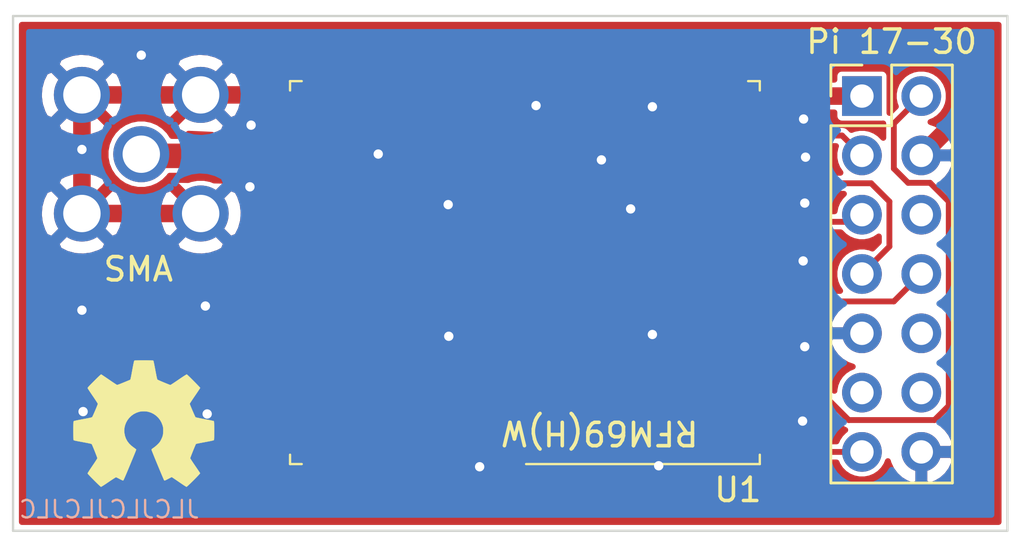
<source format=kicad_pcb>
(kicad_pcb (version 20171130) (host pcbnew "(5.1.9-0-10_14)")

  (general
    (thickness 1.6)
    (drawings 6)
    (tracks 81)
    (zones 0)
    (modules 4)
    (nets 20)
  )

  (page A4)
  (layers
    (0 F.Cu signal)
    (31 B.Cu signal)
    (32 B.Adhes user)
    (33 F.Adhes user)
    (34 B.Paste user)
    (35 F.Paste user)
    (36 B.SilkS user)
    (37 F.SilkS user)
    (38 B.Mask user)
    (39 F.Mask user)
    (40 Dwgs.User user)
    (41 Cmts.User user)
    (42 Eco1.User user)
    (43 Eco2.User user)
    (44 Edge.Cuts user)
    (45 Margin user)
    (46 B.CrtYd user)
    (47 F.CrtYd user hide)
    (48 B.Fab user hide)
    (49 F.Fab user hide)
  )

  (setup
    (last_trace_width 0.25)
    (user_trace_width 0.25)
    (user_trace_width 0.5)
    (user_trace_width 0.75)
    (user_trace_width 1)
    (user_trace_width 2)
    (trace_clearance 0.2)
    (zone_clearance 0.2)
    (zone_45_only no)
    (trace_min 0.127)
    (via_size 0.8)
    (via_drill 0.4)
    (via_min_size 0.45)
    (via_min_drill 0.3)
    (user_via 0.6 0.3)
    (user_via 0.8 0.4)
    (uvia_size 0.3)
    (uvia_drill 0.1)
    (uvias_allowed no)
    (uvia_min_size 0.2)
    (uvia_min_drill 0.1)
    (edge_width 0.1)
    (segment_width 0.2)
    (pcb_text_width 0.3)
    (pcb_text_size 1.5 1.5)
    (mod_edge_width 0.153)
    (mod_text_size 1 1)
    (mod_text_width 0.153)
    (pad_size 1.524 1.524)
    (pad_drill 0.762)
    (pad_to_mask_clearance 0)
    (aux_axis_origin 0 0)
    (grid_origin 0 0.001)
    (visible_elements FFFFFF7F)
    (pcbplotparams
      (layerselection 0x010f0_ffffffff)
      (usegerberextensions false)
      (usegerberattributes true)
      (usegerberadvancedattributes true)
      (creategerberjobfile true)
      (excludeedgelayer true)
      (linewidth 0.100000)
      (plotframeref false)
      (viasonmask false)
      (mode 1)
      (useauxorigin false)
      (hpglpennumber 1)
      (hpglpenspeed 20)
      (hpglpendiameter 15.000000)
      (psnegative false)
      (psa4output false)
      (plotreference true)
      (plotvalue true)
      (plotinvisibletext false)
      (padsonsilk false)
      (subtractmaskfromsilk false)
      (outputformat 1)
      (mirror false)
      (drillshape 0)
      (scaleselection 1)
      (outputdirectory "gerber/"))
  )

  (net 0 "")
  (net 1 "Net-(J1-Pad1)")
  (net 2 "Net-(U1-Pad3)")
  (net 3 "Net-(U1-Pad4)")
  (net 4 "Net-(U1-Pad5)")
  (net 5 "Net-(U1-Pad6)")
  (net 6 "Net-(U1-Pad7)")
  (net 7 "Net-(U1-Pad16)")
  (net 8 "Net-(J2-Pad14)")
  (net 9 "Net-(J2-Pad12)")
  (net 10 "Net-(J2-Pad11)")
  (net 11 "Net-(J2-Pad10)")
  (net 12 "Net-(J2-Pad9)")
  (net 13 "Net-(J2-Pad7)")
  (net 14 "Net-(J2-Pad6)")
  (net 15 "Net-(J2-Pad4)")
  (net 16 "Net-(J2-Pad3)")
  (net 17 "Net-(J2-Pad2)")
  (net 18 "Net-(J2-Pad1)")
  (net 19 GND)

  (net_class Default "This is the default net class."
    (clearance 0.2)
    (trace_width 0.25)
    (via_dia 0.8)
    (via_drill 0.4)
    (uvia_dia 0.3)
    (uvia_drill 0.1)
    (add_net GND)
    (add_net "Net-(J1-Pad1)")
    (add_net "Net-(J2-Pad1)")
    (add_net "Net-(J2-Pad10)")
    (add_net "Net-(J2-Pad11)")
    (add_net "Net-(J2-Pad12)")
    (add_net "Net-(J2-Pad14)")
    (add_net "Net-(J2-Pad2)")
    (add_net "Net-(J2-Pad3)")
    (add_net "Net-(J2-Pad4)")
    (add_net "Net-(J2-Pad6)")
    (add_net "Net-(J2-Pad7)")
    (add_net "Net-(J2-Pad9)")
    (add_net "Net-(U1-Pad16)")
    (add_net "Net-(U1-Pad3)")
    (add_net "Net-(U1-Pad4)")
    (add_net "Net-(U1-Pad5)")
    (add_net "Net-(U1-Pad6)")
    (add_net "Net-(U1-Pad7)")
  )

  (module RF_Module:HOPERF_RFM69HW (layer F.Cu) (tedit 5A030172) (tstamp 606381A4)
    (at 34.5762 24.5778 180)
    (descr "Radio, RF, Module, http://www.hoperf.com/upload/rf/RFM69HW-V1.3.pdf")
    (tags "Radio RF Module")
    (path /605EF018)
    (attr smd)
    (fp_text reference U1 (at -9.1118 -9.3058 180) (layer F.SilkS)
      (effects (font (size 1 1) (thickness 0.15)))
    )
    (fp_text value RFM69HW (at 0 2.5) (layer F.Fab)
      (effects (font (size 1 1) (thickness 0.15)))
    )
    (fp_line (start -9.85 8) (end -9.85 -8) (layer F.Fab) (width 0.1))
    (fp_line (start 9.85 8) (end -9.85 8) (layer F.Fab) (width 0.1))
    (fp_line (start 9.85 -8) (end 9.85 8) (layer F.Fab) (width 0.1))
    (fp_line (start -9.85 -8) (end 9.85 -8) (layer F.Fab) (width 0.1))
    (fp_line (start -10.05 -8.2) (end -10.05 -7.8) (layer F.SilkS) (width 0.1))
    (fp_line (start 10.05 -8.2) (end 10.05 -7.8) (layer F.SilkS) (width 0.1))
    (fp_line (start 9.55 -8.2) (end 10.05 -8.2) (layer F.SilkS) (width 0.1))
    (fp_line (start 10.05 7.8) (end 10.05 8.2) (layer F.SilkS) (width 0.1))
    (fp_line (start 9.55 8.2) (end 10.05 8.2) (layer F.SilkS) (width 0.1))
    (fp_line (start -10.05 7.8) (end -10.05 8.2) (layer F.SilkS) (width 0.1))
    (fp_line (start -10.05 8.2) (end -9.55 8.2) (layer F.SilkS) (width 0.1))
    (fp_line (start -10.05 -8.2) (end -0.05 -8.2) (layer F.SilkS) (width 0.1))
    (fp_circle (center -7 -7) (end -7.5 -7) (layer F.Fab) (width 0.1))
    (fp_line (start -10.6 8.25) (end -10.6 -8.25) (layer F.CrtYd) (width 0.05))
    (fp_line (start 10.6 8.25) (end -10.6 8.25) (layer F.CrtYd) (width 0.05))
    (fp_line (start 10.6 -8.25) (end 10.6 8.25) (layer F.CrtYd) (width 0.05))
    (fp_line (start -10.6 -8.25) (end 10.6 -8.25) (layer F.CrtYd) (width 0.05))
    (fp_text user %R (at 0 0) (layer F.Fab)
      (effects (font (size 1 1) (thickness 0.15)))
    )
    (pad 1 smd rect (at -9.1 -7 180) (size 2.5 1) (layers F.Cu F.Paste F.Mask)
      (net 13 "Net-(J2-Pad7)"))
    (pad 2 smd rect (at -9.1 -5 180) (size 2.5 1) (layers F.Cu F.Paste F.Mask)
      (net 8 "Net-(J2-Pad14)"))
    (pad 3 smd rect (at -9.1 -3 180) (size 2.5 1) (layers F.Cu F.Paste F.Mask)
      (net 2 "Net-(U1-Pad3)"))
    (pad 4 smd rect (at -9.1 -1 180) (size 2.5 1) (layers F.Cu F.Paste F.Mask)
      (net 3 "Net-(U1-Pad4)"))
    (pad 5 smd rect (at -9.1 1 180) (size 2.5 1) (layers F.Cu F.Paste F.Mask)
      (net 4 "Net-(U1-Pad5)"))
    (pad 6 smd rect (at -9.1 3 180) (size 2.5 1) (layers F.Cu F.Paste F.Mask)
      (net 5 "Net-(U1-Pad6)"))
    (pad 7 smd rect (at -9.1 5 180) (size 2.5 1) (layers F.Cu F.Paste F.Mask)
      (net 6 "Net-(U1-Pad7)"))
    (pad 8 smd rect (at -9.1 7 180) (size 2.5 1) (layers F.Cu F.Paste F.Mask)
      (net 18 "Net-(J2-Pad1)"))
    (pad 9 smd rect (at 9.1 7 180) (size 2.5 1) (layers F.Cu F.Paste F.Mask)
      (net 19 GND))
    (pad 10 smd rect (at 9.1 5 180) (size 2.5 1) (layers F.Cu F.Paste F.Mask)
      (net 1 "Net-(J1-Pad1)"))
    (pad 11 smd rect (at 9.1 3 180) (size 2.5 1) (layers F.Cu F.Paste F.Mask)
      (net 19 GND))
    (pad 12 smd rect (at 9.1 1 180) (size 2.5 1) (layers F.Cu F.Paste F.Mask)
      (net 15 "Net-(J2-Pad4)"))
    (pad 13 smd rect (at 9.1 -1 180) (size 2.5 1) (layers F.Cu F.Paste F.Mask)
      (net 16 "Net-(J2-Pad3)"))
    (pad 14 smd rect (at 9.1 -3 180) (size 2.5 1) (layers F.Cu F.Paste F.Mask)
      (net 17 "Net-(J2-Pad2)"))
    (pad 15 smd rect (at 9.1 -5 180) (size 2.5 1) (layers F.Cu F.Paste F.Mask)
      (net 10 "Net-(J2-Pad11)"))
    (pad 16 smd rect (at 9.1 -7 180) (size 2.5 1) (layers F.Cu F.Paste F.Mask)
      (net 7 "Net-(U1-Pad16)"))
    (model ${KISYS3DMOD}/RF_Module.3dshapes/HOPERF_RFM69HW.wrl
      (at (xyz 0 0 0))
      (scale (xyz 1 1 1))
      (rotate (xyz 0 0 0))
    )
  )

  (module Connector_PinHeader_2.54mm:PinHeader_2x07_P2.54mm_Vertical (layer F.Cu) (tedit 607DDED2) (tstamp 605F7DE6)
    (at 48.9966 17.018)
    (descr "Through hole straight pin header, 2x07, 2.54mm pitch, double rows")
    (tags "Through hole pin header THT 2x07 2.54mm double row")
    (path /605F7C81)
    (fp_text reference "Pi 17-30" (at 1.27 -2.33) (layer F.SilkS)
      (effects (font (size 1 1) (thickness 0.15)))
    )
    (fp_text value "RPi 17-26" (at 1.27 17.57) (layer F.Fab)
      (effects (font (size 1 1) (thickness 0.15)))
    )
    (fp_line (start 4.35 -1.8) (end -1.8 -1.8) (layer F.CrtYd) (width 0.05))
    (fp_line (start 4.35 17.05) (end 4.35 -1.8) (layer F.CrtYd) (width 0.05))
    (fp_line (start -1.8 17.05) (end 4.35 17.05) (layer F.CrtYd) (width 0.05))
    (fp_line (start -1.8 -1.8) (end -1.8 17.05) (layer F.CrtYd) (width 0.05))
    (fp_line (start -1.33 -1.33) (end 0 -1.33) (layer F.SilkS) (width 0.12))
    (fp_line (start -1.33 0) (end -1.33 -1.33) (layer F.SilkS) (width 0.12))
    (fp_line (start 1.27 -1.33) (end 3.87 -1.33) (layer F.SilkS) (width 0.12))
    (fp_line (start 1.27 1.27) (end 1.27 -1.33) (layer F.SilkS) (width 0.12))
    (fp_line (start -1.33 1.27) (end 1.27 1.27) (layer F.SilkS) (width 0.12))
    (fp_line (start 3.87 -1.33) (end 3.87 16.57) (layer F.SilkS) (width 0.12))
    (fp_line (start -1.33 1.27) (end -1.33 16.57) (layer F.SilkS) (width 0.12))
    (fp_line (start -1.33 16.57) (end 3.87 16.57) (layer F.SilkS) (width 0.12))
    (fp_line (start -1.27 0) (end 0 -1.27) (layer F.Fab) (width 0.1))
    (fp_line (start -1.27 16.51) (end -1.27 0) (layer F.Fab) (width 0.1))
    (fp_line (start 3.81 16.51) (end -1.27 16.51) (layer F.Fab) (width 0.1))
    (fp_line (start 3.81 -1.27) (end 3.81 16.51) (layer F.Fab) (width 0.1))
    (fp_line (start 0 -1.27) (end 3.81 -1.27) (layer F.Fab) (width 0.1))
    (fp_text user %R (at 1.27 7.62 90) (layer F.Fab)
      (effects (font (size 1 1) (thickness 0.15)))
    )
    (pad 8 thru_hole oval (at 2.54 15.24) (size 1.7 1.7) (drill 1) (layers *.Cu *.Mask)
      (net 19 GND))
    (pad 7 thru_hole oval (at 0 15.24) (size 1.7 1.7) (drill 1) (layers *.Cu *.Mask)
      (net 13 "Net-(J2-Pad7)"))
    (pad 9 thru_hole oval (at 2.54 12.7) (size 1.7 1.7) (drill 1) (layers *.Cu *.Mask)
      (net 12 "Net-(J2-Pad9)"))
    (pad 6 thru_hole oval (at 0 12.7) (size 1.7 1.7) (drill 1) (layers *.Cu *.Mask)
      (net 14 "Net-(J2-Pad6)"))
    (pad 10 thru_hole oval (at 2.54 10.16) (size 1.7 1.7) (drill 1) (layers *.Cu *.Mask)
      (net 11 "Net-(J2-Pad10)"))
    (pad 5 thru_hole oval (at 0 10.16) (size 1.7 1.7) (drill 1) (layers *.Cu *.Mask)
      (net 19 GND))
    (pad 11 thru_hole oval (at 2.54 7.62) (size 1.7 1.7) (drill 1) (layers *.Cu *.Mask)
      (net 10 "Net-(J2-Pad11)"))
    (pad 4 thru_hole oval (at 0 7.62) (size 1.7 1.7) (drill 1) (layers *.Cu *.Mask)
      (net 15 "Net-(J2-Pad4)"))
    (pad 12 thru_hole oval (at 2.54 5.08) (size 1.7 1.7) (drill 1) (layers *.Cu *.Mask)
      (net 9 "Net-(J2-Pad12)"))
    (pad 3 thru_hole oval (at 0 5.08) (size 1.7 1.7) (drill 1) (layers *.Cu *.Mask)
      (net 16 "Net-(J2-Pad3)"))
    (pad 13 thru_hole oval (at 2.54 2.54) (size 1.7 1.7) (drill 1) (layers *.Cu *.Mask)
      (net 19 GND))
    (pad 2 thru_hole oval (at 0 2.54) (size 1.7 1.7) (drill 1) (layers *.Cu *.Mask)
      (net 17 "Net-(J2-Pad2)"))
    (pad 14 thru_hole oval (at 2.54 0) (size 1.7 1.7) (drill 1) (layers *.Cu *.Mask)
      (net 8 "Net-(J2-Pad14)"))
    (pad 1 thru_hole rect (at 0 0) (size 1.7 1.7) (drill 1) (layers *.Cu *.Mask)
      (net 18 "Net-(J2-Pad1)"))
    (model ${KISYS3DMOD}/Connector_PinHeader_2.54mm.3dshapes/PinHeader_2x07_P2.54mm_Vertical.wrl
      (at (xyz 0 0 0))
      (scale (xyz 1 1 1))
      (rotate (xyz 0 0 0))
    )
  )

  (module User_Library:open-hardware (layer F.Cu) (tedit 0) (tstamp 60637FE1)
    (at 18.2626 31.0388)
    (fp_text reference G*** (at 0 0) (layer F.SilkS) hide
      (effects (font (size 1.524 1.524) (thickness 0.3)))
    )
    (fp_text value LOGO (at 0.75 0) (layer F.SilkS) hide
      (effects (font (size 1.524 1.524) (thickness 0.3)))
    )
    (fp_poly (pts (xy 0.053123 -2.703696) (xy 0.131059 -2.703076) (xy 0.204769 -2.701946) (xy 0.271551 -2.700307)
      (xy 0.328703 -2.698163) (xy 0.373524 -2.695518) (xy 0.403312 -2.692373) (xy 0.415241 -2.688909)
      (xy 0.41955 -2.676168) (xy 0.426996 -2.645673) (xy 0.437115 -2.599668) (xy 0.449442 -2.540397)
      (xy 0.463512 -2.470103) (xy 0.478863 -2.391032) (xy 0.495028 -2.305427) (xy 0.498813 -2.285049)
      (xy 0.519804 -2.173146) (xy 0.537797 -2.08049) (xy 0.552972 -2.006259) (xy 0.565509 -1.94963)
      (xy 0.575588 -1.90978) (xy 0.583389 -1.885887) (xy 0.587787 -1.878008) (xy 0.600882 -1.870309)
      (xy 0.629891 -1.856377) (xy 0.67183 -1.837453) (xy 0.723719 -1.814779) (xy 0.782574 -1.789594)
      (xy 0.845414 -1.76314) (xy 0.909256 -1.736658) (xy 0.971119 -1.711388) (xy 1.02802 -1.688572)
      (xy 1.076978 -1.669449) (xy 1.115009 -1.655261) (xy 1.139133 -1.647249) (xy 1.145577 -1.64592)
      (xy 1.156775 -1.651496) (xy 1.182816 -1.667405) (xy 1.221832 -1.692417) (xy 1.271955 -1.725305)
      (xy 1.331318 -1.764838) (xy 1.398053 -1.809789) (xy 1.470292 -1.858929) (xy 1.494107 -1.875229)
      (xy 1.590046 -1.940602) (xy 1.670062 -1.99427) (xy 1.734629 -2.036533) (xy 1.784218 -2.06769)
      (xy 1.819304 -2.088042) (xy 1.840357 -2.097887) (xy 1.846687 -2.098813) (xy 1.858517 -2.090259)
      (xy 1.882301 -2.069183) (xy 1.916147 -2.037492) (xy 1.958159 -1.997095) (xy 2.006446 -1.949897)
      (xy 2.059112 -1.897808) (xy 2.114265 -1.842734) (xy 2.17001 -1.786582) (xy 2.224455 -1.73126)
      (xy 2.275705 -1.678675) (xy 2.321867 -1.630735) (xy 2.361048 -1.589348) (xy 2.391353 -1.55642)
      (xy 2.41089 -1.533858) (xy 2.417764 -1.523575) (xy 2.412105 -1.512156) (xy 2.39611 -1.485949)
      (xy 2.371029 -1.446854) (xy 2.338117 -1.396775) (xy 2.298624 -1.337613) (xy 2.253804 -1.27127)
      (xy 2.204908 -1.199649) (xy 2.194244 -1.184122) (xy 2.144632 -1.111524) (xy 2.098852 -1.043688)
      (xy 2.058157 -0.982532) (xy 2.0238 -0.929978) (xy 1.997033 -0.887946) (xy 1.97911 -0.858356)
      (xy 1.971283 -0.84313) (xy 1.97104 -0.841954) (xy 1.974996 -0.827733) (xy 1.986035 -0.797875)
      (xy 2.002911 -0.755277) (xy 2.024379 -0.702838) (xy 2.049194 -0.643455) (xy 2.076111 -0.580027)
      (xy 2.103884 -0.515451) (xy 2.131269 -0.452625) (xy 2.157019 -0.394447) (xy 2.17989 -0.343815)
      (xy 2.198637 -0.303627) (xy 2.212013 -0.276781) (xy 2.21829 -0.266556) (xy 2.231317 -0.261496)
      (xy 2.262308 -0.253339) (xy 2.309213 -0.242524) (xy 2.369985 -0.22949) (xy 2.442578 -0.214678)
      (xy 2.524943 -0.198526) (xy 2.611145 -0.182199) (xy 2.696668 -0.166038) (xy 2.776158 -0.150587)
      (xy 2.847335 -0.136321) (xy 2.907921 -0.123715) (xy 2.955637 -0.113245) (xy 2.988205 -0.105385)
      (xy 3.003345 -0.100612) (xy 3.003904 -0.100252) (xy 3.007515 -0.087344) (xy 3.01063 -0.056823)
      (xy 3.013247 -0.011391) (xy 3.015362 0.04625) (xy 3.016972 0.113399) (xy 3.018075 0.187355)
      (xy 3.018666 0.265416) (xy 3.018744 0.34488) (xy 3.018305 0.423046) (xy 3.017346 0.497213)
      (xy 3.015864 0.564679) (xy 3.013857 0.622742) (xy 3.01132 0.668701) (xy 3.008251 0.699854)
      (xy 3.00482 0.713302) (xy 2.994138 0.719238) (xy 2.969396 0.727041) (xy 2.929558 0.736939)
      (xy 2.873591 0.749159) (xy 2.800461 0.763929) (xy 2.709132 0.781478) (xy 2.62128 0.797854)
      (xy 2.536792 0.813628) (xy 2.458427 0.828621) (xy 2.388478 0.842366) (xy 2.329238 0.854398)
      (xy 2.283002 0.864251) (xy 2.252061 0.871457) (xy 2.238709 0.875552) (xy 2.238542 0.875668)
      (xy 2.231921 0.887174) (xy 2.219114 0.914842) (xy 2.201246 0.955875) (xy 2.179444 1.007476)
      (xy 2.154834 1.066848) (xy 2.128542 1.131194) (xy 2.101694 1.197718) (xy 2.075416 1.263623)
      (xy 2.050834 1.326112) (xy 2.029074 1.382387) (xy 2.011262 1.429652) (xy 1.998524 1.465111)
      (xy 1.991986 1.485966) (xy 1.99136 1.489621) (xy 1.996938 1.501511) (xy 2.012811 1.52811)
      (xy 2.037689 1.567434) (xy 2.070281 1.617499) (xy 2.109294 1.676321) (xy 2.153438 1.741917)
      (xy 2.200415 1.810835) (xy 2.248519 1.881152) (xy 2.293035 1.946566) (xy 2.332635 2.005096)
      (xy 2.365988 2.054764) (xy 2.391766 2.093589) (xy 2.408639 2.119593) (xy 2.415247 2.130712)
      (xy 2.409754 2.14146) (xy 2.39141 2.164336) (xy 2.362087 2.197467) (xy 2.323659 2.238976)
      (xy 2.277997 2.28699) (xy 2.226974 2.339632) (xy 2.172463 2.395028) (xy 2.116337 2.451303)
      (xy 2.060468 2.506583) (xy 2.006729 2.558992) (xy 1.956994 2.606654) (xy 1.913133 2.647697)
      (xy 1.877021 2.680243) (xy 1.85053 2.70242) (xy 1.835532 2.71235) (xy 1.833948 2.712705)
      (xy 1.820219 2.707111) (xy 1.792401 2.69139) (xy 1.753013 2.667126) (xy 1.704574 2.6359)
      (xy 1.649603 2.599296) (xy 1.60528 2.569042) (xy 1.540983 2.524787) (xy 1.475912 2.480165)
      (xy 1.413963 2.437831) (xy 1.359028 2.400447) (xy 1.315004 2.37067) (xy 1.298631 2.359686)
      (xy 1.200263 2.293981) (xy 1.047543 2.37381) (xy 0.99108 2.403061) (xy 0.949749 2.423628)
      (xy 0.92084 2.436555) (xy 0.901644 2.442885) (xy 0.889452 2.443663) (xy 0.881556 2.439932)
      (xy 0.879918 2.4384) (xy 0.87331 2.426305) (xy 0.859863 2.397264) (xy 0.840356 2.353159)
      (xy 0.815567 2.29587) (xy 0.786272 2.227279) (xy 0.753251 2.149267) (xy 0.717281 2.063714)
      (xy 0.67914 1.972503) (xy 0.639606 1.877513) (xy 0.599457 1.780627) (xy 0.559471 1.683725)
      (xy 0.520426 1.588688) (xy 0.483099 1.497397) (xy 0.44827 1.411734) (xy 0.416714 1.33358)
      (xy 0.389212 1.264816) (xy 0.36654 1.207322) (xy 0.349476 1.16298) (xy 0.338799 1.133671)
      (xy 0.33528 1.12143) (xy 0.341562 1.106577) (xy 0.36163 1.086871) (xy 0.397313 1.06067)
      (xy 0.4191 1.046228) (xy 0.460208 1.01676) (xy 0.508789 0.97763) (xy 0.558542 0.934117)
      (xy 0.599971 0.894711) (xy 0.642591 0.851063) (xy 0.674258 0.815411) (xy 0.699099 0.782125)
      (xy 0.721238 0.745577) (xy 0.7448 0.700139) (xy 0.749365 0.69088) (xy 0.783181 0.618397)
      (xy 0.807296 0.556281) (xy 0.82325 0.49797) (xy 0.832582 0.436905) (xy 0.836834 0.366522)
      (xy 0.837595 0.31496) (xy 0.837173 0.252318) (xy 0.834982 0.204016) (xy 0.830401 0.164103)
      (xy 0.822806 0.126631) (xy 0.81475 0.09652) (xy 0.768961 -0.027739) (xy 0.706639 -0.141267)
      (xy 0.629099 -0.242775) (xy 0.53765 -0.330976) (xy 0.433607 -0.404581) (xy 0.318279 -0.462301)
      (xy 0.20828 -0.49899) (xy 0.127213 -0.514018) (xy 0.035719 -0.520791) (xy -0.058269 -0.519315)
      (xy -0.146817 -0.509595) (xy -0.19812 -0.498746) (xy -0.318137 -0.457153) (xy -0.428565 -0.399407)
      (xy -0.52819 -0.327273) (xy -0.615795 -0.242513) (xy -0.690164 -0.146895) (xy -0.750081 -0.042181)
      (xy -0.794329 0.069863) (xy -0.821692 0.187473) (xy -0.830955 0.308883) (xy -0.824232 0.409724)
      (xy -0.798939 0.536682) (xy -0.757671 0.653021) (xy -0.699635 0.759995) (xy -0.62404 0.858857)
      (xy -0.530095 0.95086) (xy -0.43688 1.023435) (xy -0.396057 1.052907) (xy -0.361284 1.079068)
      (xy -0.335977 1.099272) (xy -0.323551 1.110875) (xy -0.323084 1.11157) (xy -0.321712 1.114139)
      (xy -0.320919 1.117356) (xy -0.321192 1.122446) (xy -0.323015 1.130633) (xy -0.326874 1.143141)
      (xy -0.333254 1.161197) (xy -0.34264 1.186023) (xy -0.355517 1.218845) (xy -0.372372 1.260888)
      (xy -0.393689 1.313376) (xy -0.419954 1.377533) (xy -0.451652 1.454585) (xy -0.489268 1.545755)
      (xy -0.533288 1.652269) (xy -0.584197 1.775351) (xy -0.630481 1.887224) (xy -0.685746 2.020238)
      (xy -0.733761 2.134588) (xy -0.774648 2.23055) (xy -0.808528 2.308398) (xy -0.835521 2.368404)
      (xy -0.855748 2.410844) (xy -0.869329 2.435991) (xy -0.875951 2.444058) (xy -0.891805 2.44146)
      (xy -0.922594 2.429498) (xy -0.965831 2.409269) (xy -1.019032 2.381868) (xy -1.028351 2.376865)
      (xy -1.077175 2.351252) (xy -1.12112 2.329564) (xy -1.156461 2.313538) (xy -1.179476 2.304908)
      (xy -1.184835 2.303901) (xy -1.197975 2.309472) (xy -1.225724 2.325367) (xy -1.26603 2.350273)
      (xy -1.316845 2.382876) (xy -1.376117 2.421865) (xy -1.441798 2.465926) (xy -1.503848 2.50825)
      (xy -1.573499 2.555717) (xy -1.638556 2.599285) (xy -1.696972 2.637639) (xy -1.746697 2.669466)
      (xy -1.785682 2.693453) (xy -1.811876 2.708284) (xy -1.822763 2.71272) (xy -1.83597 2.705862)
      (xy -1.861879 2.685158) (xy -1.900706 2.650409) (xy -1.952662 2.601418) (xy -2.01796 2.537987)
      (xy -2.096814 2.459919) (xy -2.12097 2.435791) (xy -2.202945 2.353216) (xy -2.270757 2.283698)
      (xy -2.324265 2.227388) (xy -2.363331 2.184437) (xy -2.387814 2.154995) (xy -2.397574 2.139212)
      (xy -2.39776 2.137977) (xy -2.39217 2.125024) (xy -2.376263 2.097421) (xy -2.351338 2.05719)
      (xy -2.318694 2.006353) (xy -2.279628 1.946934) (xy -2.235439 1.880955) (xy -2.18948 1.813436)
      (xy -2.141599 1.743071) (xy -2.097596 1.677329) (xy -2.05877 1.618234) (xy -2.026417 1.567807)
      (xy -2.001838 1.528071) (xy -1.98633 1.501047) (xy -1.981181 1.48895) (xy -1.98493 1.473336)
      (xy -1.995415 1.441927) (xy -2.011478 1.39762) (xy -2.03196 1.343312) (xy -2.055701 1.2819)
      (xy -2.081542 1.216281) (xy -2.108323 1.149351) (xy -2.134887 1.084006) (xy -2.160072 1.023144)
      (xy -2.182721 0.969661) (xy -2.201674 0.926455) (xy -2.215771 0.89642) (xy -2.223854 0.882456)
      (xy -2.223918 0.88239) (xy -2.236696 0.875852) (xy -2.264697 0.867317) (xy -2.308838 0.856581)
      (xy -2.370038 0.84344) (xy -2.449212 0.82769) (xy -2.547278 0.809126) (xy -2.58064 0.802956)
      (xy -2.682167 0.78425) (xy -2.765538 0.768783) (xy -2.832583 0.756099) (xy -2.885129 0.745743)
      (xy -2.925003 0.737262) (xy -2.954033 0.730201) (xy -2.974046 0.724105) (xy -2.986869 0.71852)
      (xy -2.994331 0.712992) (xy -2.998259 0.707065) (xy -3.000479 0.700286) (xy -3.000977 0.698421)
      (xy -3.002372 0.683314) (xy -3.003662 0.650305) (xy -3.004809 0.601812) (xy -3.005777 0.540254)
      (xy -3.006526 0.468049) (xy -3.00702 0.387616) (xy -3.007221 0.301371) (xy -3.007222 0.299121)
      (xy -3.007089 0.194835) (xy -3.006572 0.109324) (xy -3.005623 0.041049) (xy -3.004191 -0.011531)
      (xy -3.002229 -0.049957) (xy -2.999687 -0.07577) (xy -2.996515 -0.090511) (xy -2.99466 -0.094234)
      (xy -2.9855 -0.099938) (xy -2.964815 -0.107055) (xy -2.931265 -0.115883) (xy -2.883506 -0.126721)
      (xy -2.820199 -0.139868) (xy -2.74 -0.155622) (xy -2.641569 -0.174282) (xy -2.602146 -0.181632)
      (xy -2.498614 -0.201056) (xy -2.413552 -0.217469) (xy -2.345392 -0.231222) (xy -2.292563 -0.242668)
      (xy -2.253497 -0.252158) (xy -2.226625 -0.260046) (xy -2.210377 -0.266682) (xy -2.204381 -0.270878)
      (xy -2.195322 -0.285482) (xy -2.180012 -0.315846) (xy -2.159719 -0.359005) (xy -2.13571 -0.411992)
      (xy -2.109256 -0.47184) (xy -2.081623 -0.535585) (xy -2.054079 -0.600259) (xy -2.027894 -0.662896)
      (xy -2.004335 -0.720531) (xy -1.98467 -0.770196) (xy -1.970169 -0.808927) (xy -1.962098 -0.833757)
      (xy -1.96086 -0.840424) (xy -1.966503 -0.853913) (xy -1.982627 -0.882169) (xy -2.008037 -0.923332)
      (xy -2.041539 -0.975537) (xy -2.081938 -1.036922) (xy -2.12804 -1.105624) (xy -2.175846 -1.175704)
      (xy -2.224744 -1.247283) (xy -2.269999 -1.314375) (xy -2.310296 -1.374968) (xy -2.34432 -1.427046)
      (xy -2.370755 -1.468596) (xy -2.388286 -1.497603) (xy -2.395599 -1.512054) (xy -2.395677 -1.512382)
      (xy -2.395123 -1.520329) (xy -2.389905 -1.531604) (xy -2.378797 -1.547561) (xy -2.36057 -1.569556)
      (xy -2.333999 -1.598947) (xy -2.297855 -1.637087) (xy -2.250913 -1.685334) (xy -2.191945 -1.745043)
      (xy -2.119724 -1.817569) (xy -2.117212 -1.820085) (xy -2.040887 -1.896029) (xy -1.974532 -1.961028)
      (xy -1.918867 -2.014406) (xy -1.874616 -2.055486) (xy -1.842501 -2.083594) (xy -1.823244 -2.098051)
      (xy -1.818217 -2.099908) (xy -1.806545 -2.093422) (xy -1.780115 -2.07666) (xy -1.740872 -2.050921)
      (xy -1.690762 -2.017503) (xy -1.631727 -1.977702) (xy -1.565714 -1.932817) (xy -1.494667 -1.884146)
      (xy -1.488017 -1.879572) (xy -1.416126 -1.830319) (xy -1.348663 -1.784496) (xy -1.287648 -1.743445)
      (xy -1.235105 -1.70851) (xy -1.193054 -1.681036) (xy -1.163519 -1.662365) (xy -1.14852 -1.653842)
      (xy -1.14808 -1.653665) (xy -1.137727 -1.651911) (xy -1.122337 -1.653525) (xy -1.099793 -1.659233)
      (xy -1.067981 -1.669759) (xy -1.024783 -1.685826) (xy -0.968082 -1.708159) (xy -0.895763 -1.737483)
      (xy -0.85852 -1.752758) (xy -0.789469 -1.781143) (xy -0.726258 -1.807122) (xy -0.671414 -1.829656)
      (xy -0.627462 -1.847708) (xy -0.596928 -1.860239) (xy -0.582339 -1.866214) (xy -0.581753 -1.866452)
      (xy -0.576661 -1.869671) (xy -0.571742 -1.876211) (xy -0.566601 -1.887835) (xy -0.560839 -1.906303)
      (xy -0.554061 -1.933376) (xy -0.54587 -1.970816) (xy -0.535869 -2.020383) (xy -0.52366 -2.08384)
      (xy -0.508848 -2.162947) (xy -0.491035 -2.259465) (xy -0.481503 -2.3114) (xy -0.461794 -2.417454)
      (xy -0.445018 -2.504474) (xy -0.430945 -2.5735) (xy -0.419348 -2.625572) (xy -0.409998 -2.661729)
      (xy -0.402666 -2.68301) (xy -0.398322 -2.68986) (xy -0.383834 -2.693446) (xy -0.351958 -2.696495)
      (xy -0.305398 -2.69901) (xy -0.246854 -2.700995) (xy -0.179029 -2.702453) (xy -0.104623 -2.703387)
      (xy -0.026339 -2.7038) (xy 0.053123 -2.703696)) (layer F.SilkS) (width 0.01))
  )

  (module User_Library:MOLEX_73391-0060 (layer F.Cu) (tedit 60453DB6) (tstamp 605F4A08)
    (at 18.161 19.5072)
    (path /605F11E4)
    (fp_text reference SMA (at -0.127 4.9276) (layer F.SilkS)
      (effects (font (size 1 1) (thickness 0.153)))
    )
    (fp_text value 73391-0060 (at 6.06363 4.86791) (layer F.Fab)
      (effects (font (size 1.000598 1.000598) (thickness 0.015)))
    )
    (fp_line (start -4 4.1) (end -4 -4) (layer F.CrtYd) (width 0.127))
    (fp_line (start 4.1 4.1) (end -4 4.1) (layer F.CrtYd) (width 0.127))
    (fp_line (start 4.1 -4) (end 4.1 4.1) (layer F.CrtYd) (width 0.127))
    (fp_line (start -4 -4) (end 4.1 -4) (layer F.CrtYd) (width 0.127))
    (fp_line (start 3.15 3.1) (end 3.15 -3.1) (layer F.Fab) (width 0.127))
    (fp_line (start 3.12 3.1) (end 3.15 3.1) (layer F.Fab) (width 0.127))
    (fp_line (start -3.09 -3.1) (end -3.09 3.11) (layer F.Fab) (width 0.127))
    (fp_line (start -3.1 -3.1) (end -3.09 -3.1) (layer F.Fab) (width 0.127))
    (fp_line (start -3.105 3.105) (end 3.105 3.105) (layer F.Fab) (width 0.127))
    (fp_line (start -3.09 -3.1) (end 3.1 -3.1) (layer F.Fab) (width 0.127))
    (pad 5 thru_hole circle (at 2.54 2.54) (size 2.4 2.4) (drill 1.6) (layers *.Cu *.Mask)
      (net 19 GND))
    (pad 4 thru_hole circle (at -2.54 2.54) (size 2.4 2.4) (drill 1.6) (layers *.Cu *.Mask)
      (net 19 GND))
    (pad 3 thru_hole circle (at 2.54 -2.54) (size 2.4 2.4) (drill 1.6) (layers *.Cu *.Mask)
      (net 19 GND))
    (pad 2 thru_hole circle (at -2.54 -2.54) (size 2.4 2.4) (drill 1.6) (layers *.Cu *.Mask)
      (net 19 GND))
    (pad 1 thru_hole circle (at 0 0) (size 2.4 2.4) (drill 1.6) (layers *.Cu *.Mask)
      (net 1 "Net-(J1-Pad1)"))
  )

  (gr_text JLCJLCJLCJLC (at 16.7894 34.7218) (layer B.SilkS)
    (effects (font (size 0.75 0.75) (thickness 0.1)) (justify mirror))
  )
  (gr_text "RFM69(H)W" (at 37.7698 31.4452 180) (layer F.SilkS)
    (effects (font (size 1 1) (thickness 0.153)))
  )
  (gr_line (start 12.6746 13.589) (end 55.2196 13.589) (layer Edge.Cuts) (width 0.1))
  (gr_line (start 12.6746 35.6362) (end 12.6746 13.589) (layer Edge.Cuts) (width 0.1))
  (gr_line (start 55.2196 35.6362) (end 12.6746 35.6362) (layer Edge.Cuts) (width 0.1))
  (gr_line (start 55.2196 13.589) (end 55.2196 35.6362) (layer Edge.Cuts) (width 0.1))

  (segment (start 18.2316 19.5778) (end 18.161 19.5072) (width 1) (layer F.Cu) (net 1))
  (segment (start 25.4762 19.5778) (end 18.2316 19.5778) (width 1.05) (layer F.Cu) (net 1))
  (segment (start 50.361599 20.122001) (end 50.361599 18.193001) (width 0.25) (layer F.Cu) (net 8))
  (segment (start 50.972599 20.733001) (end 50.361599 20.122001) (width 0.25) (layer F.Cu) (net 8))
  (segment (start 51.910603 20.733001) (end 50.972599 20.733001) (width 0.25) (layer F.Cu) (net 8))
  (segment (start 52.711601 30.282001) (end 52.711601 21.533999) (width 0.25) (layer F.Cu) (net 8))
  (segment (start 48.432599 30.893001) (end 52.100601 30.893001) (width 0.25) (layer F.Cu) (net 8))
  (segment (start 50.361599 18.193001) (end 51.5366 17.018) (width 0.25) (layer F.Cu) (net 8))
  (segment (start 52.100601 30.893001) (end 52.711601 30.282001) (width 0.25) (layer F.Cu) (net 8))
  (segment (start 47.117398 29.5778) (end 48.432599 30.893001) (width 0.25) (layer F.Cu) (net 8))
  (segment (start 52.711601 21.533999) (end 51.910603 20.733001) (width 0.25) (layer F.Cu) (net 8))
  (segment (start 43.6762 29.5778) (end 47.117398 29.5778) (width 0.25) (layer F.Cu) (net 8))
  (segment (start 38.754402 29.5778) (end 25.4762 29.5778) (width 0.25) (layer F.Cu) (net 10))
  (segment (start 44.836203 26.752799) (end 41.579403 26.752799) (width 0.25) (layer F.Cu) (net 10))
  (segment (start 41.579403 26.752799) (end 38.754402 29.5778) (width 0.25) (layer F.Cu) (net 10))
  (segment (start 45.776001 25.813001) (end 44.836203 26.752799) (width 0.25) (layer F.Cu) (net 10))
  (segment (start 50.361599 25.813001) (end 45.776001 25.813001) (width 0.25) (layer F.Cu) (net 10))
  (segment (start 51.5366 24.638) (end 50.361599 25.813001) (width 0.25) (layer F.Cu) (net 10))
  (segment (start 44.3564 32.258) (end 43.6762 31.5778) (width 0.25) (layer F.Cu) (net 13))
  (segment (start 48.9966 32.258) (end 44.3564 32.258) (width 0.25) (layer F.Cu) (net 13))
  (segment (start 26.9762 23.5778) (end 25.4762 23.5778) (width 0.25) (layer F.Cu) (net 15))
  (segment (start 29.801201 20.752799) (end 26.9762 23.5778) (width 0.25) (layer F.Cu) (net 15))
  (segment (start 50.171601 21.533999) (end 49.390401 20.752799) (width 0.25) (layer F.Cu) (net 15))
  (segment (start 49.390401 20.752799) (end 29.801201 20.752799) (width 0.25) (layer F.Cu) (net 15))
  (segment (start 50.171601 23.462999) (end 50.171601 21.533999) (width 0.25) (layer F.Cu) (net 15))
  (segment (start 48.9966 24.638) (end 50.171601 23.462999) (width 0.25) (layer F.Cu) (net 15))
  (segment (start 40.671601 22.402801) (end 37.496602 25.5778) (width 0.25) (layer F.Cu) (net 16))
  (segment (start 37.496602 25.5778) (end 25.4762 25.5778) (width 0.25) (layer F.Cu) (net 16))
  (segment (start 48.691799 22.402801) (end 40.671601 22.402801) (width 0.25) (layer F.Cu) (net 16))
  (segment (start 48.9966 22.098) (end 48.691799 22.402801) (width 0.25) (layer F.Cu) (net 16))
  (segment (start 23.966199 22.752799) (end 23.901199 22.817799) (width 0.25) (layer F.Cu) (net 17))
  (segment (start 26.636203 22.752799) (end 23.966199 22.752799) (width 0.25) (layer F.Cu) (net 17))
  (segment (start 30.681001 18.708001) (end 26.636203 22.752799) (width 0.25) (layer F.Cu) (net 17))
  (segment (start 25.141198 27.5778) (end 25.4762 27.5778) (width 0.25) (layer F.Cu) (net 17))
  (segment (start 23.901199 26.337801) (end 25.141198 27.5778) (width 0.25) (layer F.Cu) (net 17))
  (segment (start 48.146601 18.708001) (end 30.681001 18.708001) (width 0.25) (layer F.Cu) (net 17))
  (segment (start 23.901199 22.817799) (end 23.901199 26.337801) (width 0.25) (layer F.Cu) (net 17))
  (segment (start 48.9966 19.558) (end 48.146601 18.708001) (width 0.25) (layer F.Cu) (net 17))
  (segment (start 44.236 17.018) (end 43.6762 17.5778) (width 0.75) (layer F.Cu) (net 18))
  (segment (start 48.9966 17.018) (end 44.236 17.018) (width 0.75) (layer F.Cu) (net 18))
  (segment (start 24.8656 16.9672) (end 25.4762 17.5778) (width 0.75) (layer F.Cu) (net 19))
  (segment (start 20.701 16.9672) (end 24.8656 16.9672) (width 0.75) (layer F.Cu) (net 19))
  (segment (start 20.701 16.9672) (end 15.621 16.9672) (width 0.75) (layer F.Cu) (net 19))
  (segment (start 15.621 16.9672) (end 15.621 19.304) (width 0.75) (layer F.Cu) (net 19))
  (segment (start 15.621 22.0472) (end 20.701 22.0472) (width 0.75) (layer F.Cu) (net 19))
  (segment (start 20.701 22.0472) (end 20.701 22.352) (width 0.75) (layer F.Cu) (net 19))
  (segment (start 27.301201 20.537801) (end 27.301201 18.617799) (width 0.75) (layer F.Cu) (net 19))
  (segment (start 26.261202 17.5778) (end 25.4762 17.5778) (width 0.75) (layer F.Cu) (net 19))
  (segment (start 27.301201 18.617799) (end 26.261202 17.5778) (width 0.75) (layer F.Cu) (net 19))
  (segment (start 26.261202 21.5778) (end 27.301201 20.537801) (width 0.75) (layer F.Cu) (net 19))
  (segment (start 25.4762 21.5778) (end 26.261202 21.5778) (width 0.75) (layer F.Cu) (net 19))
  (via (at 31.3182 27.305) (size 0.8) (drill 0.4) (layers F.Cu B.Cu) (net 19))
  (via (at 39.1 21.851) (size 0.8) (drill 0.4) (layers F.Cu B.Cu) (net 19))
  (via (at 40.0304 27.2288) (size 0.8) (drill 0.4) (layers F.Cu B.Cu) (net 19))
  (via (at 40.0304 17.4752) (size 0.8) (drill 0.4) (layers F.Cu B.Cu) (net 19))
  (via (at 31.2928 21.6662) (size 0.8) (drill 0.4) (layers F.Cu B.Cu) (net 19))
  (via (at 35.052 17.4244) (size 0.8) (drill 0.4) (layers F.Cu B.Cu) (net 19))
  (segment (start 15.621 19.304) (end 15.621 22.0472) (width 0.75) (layer F.Cu) (net 19) (tstamp 605F8844))
  (via (at 15.621 19.304) (size 0.8) (drill 0.4) (layers F.Cu B.Cu) (net 19))
  (via (at 18.161 15.2654) (size 0.8) (drill 0.4) (layers F.Cu B.Cu) (net 19))
  (via (at 15.621 26.1874) (size 0.8) (drill 0.4) (layers F.Cu B.Cu) (net 19))
  (via (at 20.9042 26.0096) (size 0.8) (drill 0.4) (layers F.Cu B.Cu) (net 19))
  (via (at 15.6718 30.5308) (size 0.8) (drill 0.4) (layers F.Cu B.Cu) (net 19))
  (via (at 20.9804 30.6324) (size 0.8) (drill 0.4) (layers F.Cu B.Cu) (net 19))
  (via (at 37.85 19.751) (size 0.8) (drill 0.4) (layers F.Cu B.Cu) (net 19))
  (via (at 32.639 32.893) (size 0.8) (drill 0.4) (layers F.Cu B.Cu) (net 19))
  (segment (start 27.461001 15.592999) (end 25.4762 17.5778) (width 0.75) (layer F.Cu) (net 19))
  (segment (start 52.220601 15.592999) (end 27.461001 15.592999) (width 0.75) (layer F.Cu) (net 19))
  (segment (start 52.961601 16.333999) (end 52.220601 15.592999) (width 0.75) (layer F.Cu) (net 19))
  (segment (start 52.961601 18.132999) (end 52.961601 16.333999) (width 0.75) (layer F.Cu) (net 19))
  (segment (start 51.5366 19.558) (end 52.961601 18.132999) (width 0.75) (layer F.Cu) (net 19))
  (via (at 46.482 24.0792) (size 0.8) (drill 0.4) (layers F.Cu B.Cu) (net 19))
  (via (at 46.5836 19.6342) (size 0.8) (drill 0.4) (layers F.Cu B.Cu) (net 19))
  (via (at 46.4566 30.9372) (size 0.8) (drill 0.4) (layers F.Cu B.Cu) (net 19))
  (via (at 22.86 18.2626) (size 0.8) (drill 0.4) (layers F.Cu B.Cu) (net 19))
  (via (at 22.8092 20.9042) (size 0.8) (drill 0.4) (layers F.Cu B.Cu) (net 19))
  (via (at 46.55 21.601) (size 0.8) (drill 0.4) (layers F.Cu B.Cu) (net 19))
  (via (at 46.5 18.001) (size 0.8) (drill 0.4) (layers F.Cu B.Cu) (net 19))
  (via (at 46.55 27.751) (size 0.8) (drill 0.4) (layers F.Cu B.Cu) (net 19))
  (via (at 40.3 32.851) (size 0.8) (drill 0.4) (layers F.Cu B.Cu) (net 19))
  (via (at 28.3 19.501) (size 0.8) (drill 0.4) (layers F.Cu B.Cu) (net 19))

  (zone (net 19) (net_name GND) (layer F.Cu) (tstamp 607F3628) (hatch edge 0.508)
    (connect_pads (clearance 0.2))
    (min_thickness 0.254)
    (fill yes (arc_segments 32) (thermal_gap 0.508) (thermal_bridge_width 0.508))
    (polygon
      (pts
        (xy 55.5244 13.335) (xy 55.5752 35.7124) (xy 12.3952 35.8394) (xy 12.3444 35.2806) (xy 12.4968 13.2334)
      )
    )
    (filled_polygon
      (pts
        (xy 54.842601 35.2592) (xy 13.0516 35.2592) (xy 13.0516 31.0778) (xy 23.897618 31.0778) (xy 23.897618 32.0778)
        (xy 23.903932 32.141903) (xy 23.92263 32.203543) (xy 23.952994 32.26035) (xy 23.993857 32.310143) (xy 24.04365 32.351006)
        (xy 24.100457 32.38137) (xy 24.162097 32.400068) (xy 24.2262 32.406382) (xy 26.7262 32.406382) (xy 26.790303 32.400068)
        (xy 26.851943 32.38137) (xy 26.90875 32.351006) (xy 26.958543 32.310143) (xy 26.999406 32.26035) (xy 27.02977 32.203543)
        (xy 27.048468 32.141903) (xy 27.054782 32.0778) (xy 27.054782 31.0778) (xy 27.048468 31.013697) (xy 27.02977 30.952057)
        (xy 26.999406 30.89525) (xy 26.958543 30.845457) (xy 26.90875 30.804594) (xy 26.851943 30.77423) (xy 26.790303 30.755532)
        (xy 26.7262 30.749218) (xy 24.2262 30.749218) (xy 24.162097 30.755532) (xy 24.100457 30.77423) (xy 24.04365 30.804594)
        (xy 23.993857 30.845457) (xy 23.952994 30.89525) (xy 23.92263 30.952057) (xy 23.903932 31.013697) (xy 23.897618 31.0778)
        (xy 13.0516 31.0778) (xy 13.0516 23.32518) (xy 14.522626 23.32518) (xy 14.642514 23.610036) (xy 14.96621 23.770899)
        (xy 15.315069 23.865522) (xy 15.675684 23.890267) (xy 16.034198 23.844185) (xy 16.376833 23.729046) (xy 16.599486 23.610036)
        (xy 16.719374 23.32518) (xy 19.602626 23.32518) (xy 19.722514 23.610036) (xy 20.04621 23.770899) (xy 20.395069 23.865522)
        (xy 20.755684 23.890267) (xy 21.114198 23.844185) (xy 21.456833 23.729046) (xy 21.679486 23.610036) (xy 21.799374 23.32518)
        (xy 20.701 22.226805) (xy 19.602626 23.32518) (xy 16.719374 23.32518) (xy 15.621 22.226805) (xy 14.522626 23.32518)
        (xy 13.0516 23.32518) (xy 13.0516 22.101884) (xy 13.777933 22.101884) (xy 13.824015 22.460398) (xy 13.939154 22.803033)
        (xy 14.058164 23.025686) (xy 14.34302 23.145574) (xy 15.441395 22.0472) (xy 15.800605 22.0472) (xy 16.89898 23.145574)
        (xy 17.183836 23.025686) (xy 17.344699 22.70199) (xy 17.439322 22.353131) (xy 17.456562 22.101884) (xy 18.857933 22.101884)
        (xy 18.904015 22.460398) (xy 19.019154 22.803033) (xy 19.138164 23.025686) (xy 19.42302 23.145574) (xy 20.521395 22.0472)
        (xy 20.880605 22.0472) (xy 21.97898 23.145574) (xy 22.263836 23.025686) (xy 22.367146 22.817799) (xy 23.447012 22.817799)
        (xy 23.449199 22.840004) (xy 23.4492 26.315586) (xy 23.447012 26.337801) (xy 23.455739 26.426408) (xy 23.481585 26.51161)
        (xy 23.481586 26.511611) (xy 23.523557 26.590134) (xy 23.580041 26.65896) (xy 23.597295 26.67312) (xy 23.911831 26.987657)
        (xy 23.903932 27.013697) (xy 23.897618 27.0778) (xy 23.897618 28.0778) (xy 23.903932 28.141903) (xy 23.92263 28.203543)
        (xy 23.952994 28.26035) (xy 23.993857 28.310143) (xy 24.04365 28.351006) (xy 24.100457 28.38137) (xy 24.162097 28.400068)
        (xy 24.2262 28.406382) (xy 26.7262 28.406382) (xy 26.790303 28.400068) (xy 26.851943 28.38137) (xy 26.90875 28.351006)
        (xy 26.958543 28.310143) (xy 26.999406 28.26035) (xy 27.02977 28.203543) (xy 27.048468 28.141903) (xy 27.054782 28.0778)
        (xy 27.054782 27.0778) (xy 27.048468 27.013697) (xy 27.02977 26.952057) (xy 26.999406 26.89525) (xy 26.958543 26.845457)
        (xy 26.90875 26.804594) (xy 26.851943 26.77423) (xy 26.790303 26.755532) (xy 26.7262 26.749218) (xy 24.95184 26.749218)
        (xy 24.609004 26.406382) (xy 26.7262 26.406382) (xy 26.790303 26.400068) (xy 26.851943 26.38137) (xy 26.90875 26.351006)
        (xy 26.958543 26.310143) (xy 26.999406 26.26035) (xy 27.02977 26.203543) (xy 27.048468 26.141903) (xy 27.054782 26.0778)
        (xy 27.054782 26.0298) (xy 37.474397 26.0298) (xy 37.496602 26.031987) (xy 37.518807 26.0298) (xy 37.585209 26.02326)
        (xy 37.670412 25.997414) (xy 37.748935 25.955443) (xy 37.817761 25.898959) (xy 37.831925 25.8817) (xy 40.858825 22.854801)
        (xy 42.186189 22.854801) (xy 42.152994 22.89525) (xy 42.12263 22.952057) (xy 42.103932 23.013697) (xy 42.097618 23.0778)
        (xy 42.097618 24.0778) (xy 42.103932 24.141903) (xy 42.12263 24.203543) (xy 42.152994 24.26035) (xy 42.193857 24.310143)
        (xy 42.24365 24.351006) (xy 42.300457 24.38137) (xy 42.362097 24.400068) (xy 42.4262 24.406382) (xy 44.9262 24.406382)
        (xy 44.990303 24.400068) (xy 45.051943 24.38137) (xy 45.10875 24.351006) (xy 45.158543 24.310143) (xy 45.199406 24.26035)
        (xy 45.22977 24.203543) (xy 45.248468 24.141903) (xy 45.254782 24.0778) (xy 45.254782 23.0778) (xy 45.248468 23.013697)
        (xy 45.22977 22.952057) (xy 45.199406 22.89525) (xy 45.166211 22.854801) (xy 48.088871 22.854801) (xy 48.246306 23.012236)
        (xy 48.439081 23.141044) (xy 48.653282 23.229769) (xy 48.880676 23.275) (xy 49.112524 23.275) (xy 49.339918 23.229769)
        (xy 49.554119 23.141044) (xy 49.719601 23.030472) (xy 49.719601 23.275774) (xy 49.445437 23.549939) (xy 49.339918 23.506231)
        (xy 49.112524 23.461) (xy 48.880676 23.461) (xy 48.653282 23.506231) (xy 48.439081 23.594956) (xy 48.246306 23.723764)
        (xy 48.082364 23.887706) (xy 47.953556 24.080481) (xy 47.864831 24.294682) (xy 47.8196 24.522076) (xy 47.8196 24.753924)
        (xy 47.864831 24.981318) (xy 47.953556 25.195519) (xy 48.064127 25.361001) (xy 45.798205 25.361001) (xy 45.776 25.358814)
        (xy 45.687393 25.367541) (xy 45.61898 25.388294) (xy 45.602191 25.393387) (xy 45.523668 25.435358) (xy 45.454842 25.491842)
        (xy 45.440686 25.509091) (xy 45.254782 25.694995) (xy 45.254782 25.0778) (xy 45.248468 25.013697) (xy 45.22977 24.952057)
        (xy 45.199406 24.89525) (xy 45.158543 24.845457) (xy 45.10875 24.804594) (xy 45.051943 24.77423) (xy 44.990303 24.755532)
        (xy 44.9262 24.749218) (xy 42.4262 24.749218) (xy 42.362097 24.755532) (xy 42.300457 24.77423) (xy 42.24365 24.804594)
        (xy 42.193857 24.845457) (xy 42.152994 24.89525) (xy 42.12263 24.952057) (xy 42.103932 25.013697) (xy 42.097618 25.0778)
        (xy 42.097618 26.0778) (xy 42.103932 26.141903) (xy 42.12263 26.203543) (xy 42.152994 26.26035) (xy 42.186189 26.300799)
        (xy 41.601608 26.300799) (xy 41.579403 26.298612) (xy 41.490795 26.307339) (xy 41.481552 26.310143) (xy 41.405593 26.333185)
        (xy 41.32707 26.375156) (xy 41.258244 26.43164) (xy 41.244084 26.448894) (xy 38.567179 29.1258) (xy 27.054782 29.1258)
        (xy 27.054782 29.0778) (xy 27.048468 29.013697) (xy 27.02977 28.952057) (xy 26.999406 28.89525) (xy 26.958543 28.845457)
        (xy 26.90875 28.804594) (xy 26.851943 28.77423) (xy 26.790303 28.755532) (xy 26.7262 28.749218) (xy 24.2262 28.749218)
        (xy 24.162097 28.755532) (xy 24.100457 28.77423) (xy 24.04365 28.804594) (xy 23.993857 28.845457) (xy 23.952994 28.89525)
        (xy 23.92263 28.952057) (xy 23.903932 29.013697) (xy 23.897618 29.0778) (xy 23.897618 30.0778) (xy 23.903932 30.141903)
        (xy 23.92263 30.203543) (xy 23.952994 30.26035) (xy 23.993857 30.310143) (xy 24.04365 30.351006) (xy 24.100457 30.38137)
        (xy 24.162097 30.400068) (xy 24.2262 30.406382) (xy 26.7262 30.406382) (xy 26.790303 30.400068) (xy 26.851943 30.38137)
        (xy 26.90875 30.351006) (xy 26.958543 30.310143) (xy 26.999406 30.26035) (xy 27.02977 30.203543) (xy 27.048468 30.141903)
        (xy 27.054782 30.0778) (xy 27.054782 30.0298) (xy 38.732197 30.0298) (xy 38.754402 30.031987) (xy 38.776607 30.0298)
        (xy 38.843009 30.02326) (xy 38.928212 29.997414) (xy 39.006735 29.955443) (xy 39.075561 29.898959) (xy 39.089725 29.8817)
        (xy 41.766627 27.204799) (xy 42.097618 27.204799) (xy 42.097618 28.0778) (xy 42.103932 28.141903) (xy 42.12263 28.203543)
        (xy 42.152994 28.26035) (xy 42.193857 28.310143) (xy 42.24365 28.351006) (xy 42.300457 28.38137) (xy 42.362097 28.400068)
        (xy 42.4262 28.406382) (xy 44.9262 28.406382) (xy 44.990303 28.400068) (xy 45.051943 28.38137) (xy 45.10875 28.351006)
        (xy 45.158543 28.310143) (xy 45.199406 28.26035) (xy 45.22977 28.203543) (xy 45.248468 28.141903) (xy 45.254782 28.0778)
        (xy 45.254782 27.0778) (xy 45.248468 27.013697) (xy 45.240569 26.987656) (xy 45.963226 26.265001) (xy 47.833918 26.265001)
        (xy 47.724959 26.41108) (xy 47.599775 26.673901) (xy 47.555124 26.82111) (xy 47.676445 27.051) (xy 48.8696 27.051)
        (xy 48.8696 27.031) (xy 49.1236 27.031) (xy 49.1236 27.051) (xy 49.1436 27.051) (xy 49.1436 27.305)
        (xy 49.1236 27.305) (xy 49.1236 27.325) (xy 48.8696 27.325) (xy 48.8696 27.305) (xy 47.676445 27.305)
        (xy 47.555124 27.53489) (xy 47.599775 27.682099) (xy 47.724959 27.94492) (xy 47.899012 28.178269) (xy 48.115245 28.373178)
        (xy 48.365348 28.522157) (xy 48.603779 28.606736) (xy 48.439081 28.674956) (xy 48.246306 28.803764) (xy 48.082364 28.967706)
        (xy 47.953556 29.160481) (xy 47.864831 29.374682) (xy 47.8196 29.602076) (xy 47.8196 29.640778) (xy 47.452721 29.2739)
        (xy 47.438557 29.256641) (xy 47.369731 29.200157) (xy 47.291208 29.158186) (xy 47.206005 29.13234) (xy 47.139603 29.1258)
        (xy 47.117398 29.123613) (xy 47.095193 29.1258) (xy 45.254782 29.1258) (xy 45.254782 29.0778) (xy 45.248468 29.013697)
        (xy 45.22977 28.952057) (xy 45.199406 28.89525) (xy 45.158543 28.845457) (xy 45.10875 28.804594) (xy 45.051943 28.77423)
        (xy 44.990303 28.755532) (xy 44.9262 28.749218) (xy 42.4262 28.749218) (xy 42.362097 28.755532) (xy 42.300457 28.77423)
        (xy 42.24365 28.804594) (xy 42.193857 28.845457) (xy 42.152994 28.89525) (xy 42.12263 28.952057) (xy 42.103932 29.013697)
        (xy 42.097618 29.0778) (xy 42.097618 30.0778) (xy 42.103932 30.141903) (xy 42.12263 30.203543) (xy 42.152994 30.26035)
        (xy 42.193857 30.310143) (xy 42.24365 30.351006) (xy 42.300457 30.38137) (xy 42.362097 30.400068) (xy 42.4262 30.406382)
        (xy 44.9262 30.406382) (xy 44.990303 30.400068) (xy 45.051943 30.38137) (xy 45.10875 30.351006) (xy 45.158543 30.310143)
        (xy 45.199406 30.26035) (xy 45.22977 30.203543) (xy 45.248468 30.141903) (xy 45.254782 30.0778) (xy 45.254782 30.0298)
        (xy 46.930175 30.0298) (xy 48.097284 31.196911) (xy 48.11144 31.21416) (xy 48.180266 31.270644) (xy 48.258789 31.312615)
        (xy 48.282266 31.319737) (xy 48.246306 31.343764) (xy 48.082364 31.507706) (xy 47.953556 31.700481) (xy 47.909849 31.806)
        (xy 45.254782 31.806) (xy 45.254782 31.0778) (xy 45.248468 31.013697) (xy 45.22977 30.952057) (xy 45.199406 30.89525)
        (xy 45.158543 30.845457) (xy 45.10875 30.804594) (xy 45.051943 30.77423) (xy 44.990303 30.755532) (xy 44.9262 30.749218)
        (xy 42.4262 30.749218) (xy 42.362097 30.755532) (xy 42.300457 30.77423) (xy 42.24365 30.804594) (xy 42.193857 30.845457)
        (xy 42.152994 30.89525) (xy 42.12263 30.952057) (xy 42.103932 31.013697) (xy 42.097618 31.0778) (xy 42.097618 32.0778)
        (xy 42.103932 32.141903) (xy 42.12263 32.203543) (xy 42.152994 32.26035) (xy 42.193857 32.310143) (xy 42.24365 32.351006)
        (xy 42.300457 32.38137) (xy 42.362097 32.400068) (xy 42.4262 32.406382) (xy 43.865558 32.406382) (xy 44.021085 32.56191)
        (xy 44.035241 32.579159) (xy 44.104067 32.635643) (xy 44.18259 32.677614) (xy 44.267792 32.70346) (xy 44.356399 32.712187)
        (xy 44.378604 32.71) (xy 47.909849 32.71) (xy 47.953556 32.815519) (xy 48.082364 33.008294) (xy 48.246306 33.172236)
        (xy 48.439081 33.301044) (xy 48.653282 33.389769) (xy 48.880676 33.435) (xy 49.112524 33.435) (xy 49.339918 33.389769)
        (xy 49.554119 33.301044) (xy 49.746894 33.172236) (xy 49.910836 33.008294) (xy 50.039644 32.815519) (xy 50.106801 32.653388)
        (xy 50.139775 32.762099) (xy 50.264959 33.02492) (xy 50.439012 33.258269) (xy 50.655245 33.453178) (xy 50.905348 33.602157)
        (xy 51.179709 33.699481) (xy 51.4096 33.578814) (xy 51.4096 32.385) (xy 51.6636 32.385) (xy 51.6636 33.578814)
        (xy 51.893491 33.699481) (xy 52.167852 33.602157) (xy 52.417955 33.453178) (xy 52.634188 33.258269) (xy 52.808241 33.02492)
        (xy 52.933425 32.762099) (xy 52.978076 32.61489) (xy 52.856755 32.385) (xy 51.6636 32.385) (xy 51.4096 32.385)
        (xy 51.3896 32.385) (xy 51.3896 32.131) (xy 51.4096 32.131) (xy 51.4096 32.111) (xy 51.6636 32.111)
        (xy 51.6636 32.131) (xy 52.856755 32.131) (xy 52.978076 31.90111) (xy 52.933425 31.753901) (xy 52.808241 31.49108)
        (xy 52.634188 31.257731) (xy 52.497922 31.134903) (xy 53.015512 30.617315) (xy 53.03276 30.60316) (xy 53.089244 30.534334)
        (xy 53.131215 30.455811) (xy 53.157061 30.370608) (xy 53.163601 30.304206) (xy 53.163601 30.304205) (xy 53.165788 30.282002)
        (xy 53.163601 30.259799) (xy 53.163601 21.556203) (xy 53.165788 21.533998) (xy 53.157061 21.445391) (xy 53.140989 21.39241)
        (xy 53.131215 21.360189) (xy 53.089244 21.281666) (xy 53.03276 21.21284) (xy 53.015511 21.198684) (xy 52.497922 20.681097)
        (xy 52.634188 20.558269) (xy 52.808241 20.32492) (xy 52.933425 20.062099) (xy 52.978076 19.91489) (xy 52.856755 19.685)
        (xy 51.6636 19.685) (xy 51.6636 19.705) (xy 51.4096 19.705) (xy 51.4096 19.685) (xy 51.3896 19.685)
        (xy 51.3896 19.431) (xy 51.4096 19.431) (xy 51.4096 19.411) (xy 51.6636 19.411) (xy 51.6636 19.431)
        (xy 52.856755 19.431) (xy 52.978076 19.20111) (xy 52.933425 19.053901) (xy 52.808241 18.79108) (xy 52.634188 18.557731)
        (xy 52.417955 18.362822) (xy 52.167852 18.213843) (xy 51.929421 18.129264) (xy 52.094119 18.061044) (xy 52.286894 17.932236)
        (xy 52.450836 17.768294) (xy 52.579644 17.575519) (xy 52.668369 17.361318) (xy 52.7136 17.133924) (xy 52.7136 16.902076)
        (xy 52.668369 16.674682) (xy 52.579644 16.460481) (xy 52.450836 16.267706) (xy 52.286894 16.103764) (xy 52.094119 15.974956)
        (xy 51.879918 15.886231) (xy 51.652524 15.841) (xy 51.420676 15.841) (xy 51.193282 15.886231) (xy 50.979081 15.974956)
        (xy 50.786306 16.103764) (xy 50.622364 16.267706) (xy 50.493556 16.460481) (xy 50.404831 16.674682) (xy 50.3596 16.902076)
        (xy 50.3596 17.133924) (xy 50.404831 17.361318) (xy 50.448539 17.466838) (xy 50.175182 17.740195) (xy 50.175182 16.168)
        (xy 50.168868 16.103897) (xy 50.15017 16.042257) (xy 50.119806 15.98545) (xy 50.078943 15.935657) (xy 50.02915 15.894794)
        (xy 49.972343 15.86443) (xy 49.910703 15.845732) (xy 49.8466 15.839418) (xy 48.1466 15.839418) (xy 48.082497 15.845732)
        (xy 48.020857 15.86443) (xy 47.96405 15.894794) (xy 47.914257 15.935657) (xy 47.873394 15.98545) (xy 47.84303 16.042257)
        (xy 47.824332 16.103897) (xy 47.818018 16.168) (xy 47.818018 16.316) (xy 44.27047 16.316) (xy 44.236 16.312605)
        (xy 44.20153 16.316) (xy 44.20152 16.316) (xy 44.098384 16.326158) (xy 43.966057 16.366299) (xy 43.844103 16.431485)
        (xy 43.763992 16.49723) (xy 43.763989 16.497233) (xy 43.73721 16.51921) (xy 43.715233 16.545989) (xy 43.512004 16.749218)
        (xy 42.4262 16.749218) (xy 42.362097 16.755532) (xy 42.300457 16.77423) (xy 42.24365 16.804594) (xy 42.193857 16.845457)
        (xy 42.152994 16.89525) (xy 42.12263 16.952057) (xy 42.103932 17.013697) (xy 42.097618 17.0778) (xy 42.097618 18.0778)
        (xy 42.103932 18.141903) (xy 42.12263 18.203543) (xy 42.150669 18.256001) (xy 30.703205 18.256001) (xy 30.681 18.253814)
        (xy 30.592393 18.262541) (xy 30.568988 18.269641) (xy 30.507191 18.288387) (xy 30.428668 18.330358) (xy 30.359842 18.386842)
        (xy 30.345687 18.40409) (xy 27.298981 21.450798) (xy 27.202452 21.450798) (xy 27.3612 21.29205) (xy 27.364272 21.0778)
        (xy 27.352012 20.953318) (xy 27.315702 20.83362) (xy 27.256737 20.723306) (xy 27.177385 20.626615) (xy 27.080694 20.547263)
        (xy 26.97038 20.488298) (xy 26.850682 20.451988) (xy 26.7262 20.439728) (xy 25.76195 20.4428) (xy 25.6032 20.60155)
        (xy 25.6032 21.4508) (xy 25.6232 21.4508) (xy 25.6232 21.7048) (xy 25.6032 21.7048) (xy 25.6032 21.7248)
        (xy 25.3492 21.7248) (xy 25.3492 21.7048) (xy 23.74995 21.7048) (xy 23.5912 21.86355) (xy 23.588128 22.0778)
        (xy 23.600388 22.202282) (xy 23.636698 22.32198) (xy 23.679984 22.402962) (xy 23.64504 22.43164) (xy 23.630876 22.448899)
        (xy 23.597299 22.482476) (xy 23.58004 22.49664) (xy 23.523556 22.565467) (xy 23.516328 22.57899) (xy 23.481585 22.64399)
        (xy 23.455739 22.729192) (xy 23.447012 22.817799) (xy 22.367146 22.817799) (xy 22.424699 22.70199) (xy 22.519322 22.353131)
        (xy 22.544067 21.992516) (xy 22.497985 21.634002) (xy 22.382846 21.291367) (xy 22.268693 21.0778) (xy 23.588128 21.0778)
        (xy 23.5912 21.29205) (xy 23.74995 21.4508) (xy 25.3492 21.4508) (xy 25.3492 20.60155) (xy 25.19045 20.4428)
        (xy 24.2262 20.439728) (xy 24.101718 20.451988) (xy 23.98202 20.488298) (xy 23.871706 20.547263) (xy 23.775015 20.626615)
        (xy 23.695663 20.723306) (xy 23.636698 20.83362) (xy 23.600388 20.953318) (xy 23.588128 21.0778) (xy 22.268693 21.0778)
        (xy 22.263836 21.068714) (xy 21.97898 20.948826) (xy 20.880605 22.0472) (xy 20.521395 22.0472) (xy 19.42302 20.948826)
        (xy 19.138164 21.068714) (xy 18.977301 21.39241) (xy 18.882678 21.741269) (xy 18.857933 22.101884) (xy 17.456562 22.101884)
        (xy 17.464067 21.992516) (xy 17.417985 21.634002) (xy 17.302846 21.291367) (xy 17.183836 21.068714) (xy 16.89898 20.948826)
        (xy 15.800605 22.0472) (xy 15.441395 22.0472) (xy 14.34302 20.948826) (xy 14.058164 21.068714) (xy 13.897301 21.39241)
        (xy 13.802678 21.741269) (xy 13.777933 22.101884) (xy 13.0516 22.101884) (xy 13.0516 20.76922) (xy 14.522626 20.76922)
        (xy 15.621 21.867595) (xy 16.719374 20.76922) (xy 16.599486 20.484364) (xy 16.27579 20.323501) (xy 15.926931 20.228878)
        (xy 15.566316 20.204133) (xy 15.207802 20.250215) (xy 14.865167 20.365354) (xy 14.642514 20.484364) (xy 14.522626 20.76922)
        (xy 13.0516 20.76922) (xy 13.0516 19.356804) (xy 16.634 19.356804) (xy 16.634 19.657596) (xy 16.692681 19.95261)
        (xy 16.80779 20.230506) (xy 16.974901 20.480606) (xy 17.187594 20.693299) (xy 17.437694 20.86041) (xy 17.71559 20.975519)
        (xy 18.010604 21.0342) (xy 18.311396 21.0342) (xy 18.60641 20.975519) (xy 18.884306 20.86041) (xy 19.134406 20.693299)
        (xy 19.347099 20.480606) (xy 19.381046 20.4298) (xy 19.824596 20.4298) (xy 19.722514 20.484364) (xy 19.602626 20.76922)
        (xy 20.701 21.867595) (xy 21.799374 20.76922) (xy 21.679486 20.484364) (xy 21.56969 20.4298) (xy 25.518052 20.4298)
        (xy 25.643221 20.417472) (xy 25.67978 20.406382) (xy 26.7262 20.406382) (xy 26.790303 20.400068) (xy 26.851943 20.38137)
        (xy 26.90875 20.351006) (xy 26.958543 20.310143) (xy 26.999406 20.26035) (xy 27.02977 20.203543) (xy 27.048468 20.141903)
        (xy 27.054782 20.0778) (xy 27.054782 19.0778) (xy 27.048468 19.013697) (xy 27.02977 18.952057) (xy 26.999406 18.89525)
        (xy 26.958543 18.845457) (xy 26.90875 18.804594) (xy 26.851943 18.77423) (xy 26.790303 18.755532) (xy 26.7262 18.749218)
        (xy 25.67978 18.749218) (xy 25.643221 18.738128) (xy 25.518052 18.7258) (xy 21.228426 18.7258) (xy 21.456833 18.649046)
        (xy 21.679486 18.530036) (xy 21.799374 18.24518) (xy 21.631995 18.0778) (xy 23.588128 18.0778) (xy 23.600388 18.202282)
        (xy 23.636698 18.32198) (xy 23.695663 18.432294) (xy 23.775015 18.528985) (xy 23.871706 18.608337) (xy 23.98202 18.667302)
        (xy 24.101718 18.703612) (xy 24.2262 18.715872) (xy 25.19045 18.7128) (xy 25.3492 18.55405) (xy 25.3492 17.7048)
        (xy 25.6032 17.7048) (xy 25.6032 18.55405) (xy 25.76195 18.7128) (xy 26.7262 18.715872) (xy 26.850682 18.703612)
        (xy 26.97038 18.667302) (xy 27.080694 18.608337) (xy 27.177385 18.528985) (xy 27.256737 18.432294) (xy 27.315702 18.32198)
        (xy 27.352012 18.202282) (xy 27.364272 18.0778) (xy 27.3612 17.86355) (xy 27.20245 17.7048) (xy 25.6032 17.7048)
        (xy 25.3492 17.7048) (xy 23.74995 17.7048) (xy 23.5912 17.86355) (xy 23.588128 18.0778) (xy 21.631995 18.0778)
        (xy 20.701 17.146805) (xy 19.602626 18.24518) (xy 19.722514 18.530036) (xy 20.04621 18.690899) (xy 20.174884 18.7258)
        (xy 19.475393 18.7258) (xy 19.347099 18.533794) (xy 19.134406 18.321101) (xy 18.884306 18.15399) (xy 18.60641 18.038881)
        (xy 18.311396 17.9802) (xy 18.010604 17.9802) (xy 17.71559 18.038881) (xy 17.437694 18.15399) (xy 17.187594 18.321101)
        (xy 16.974901 18.533794) (xy 16.80779 18.783894) (xy 16.692681 19.06179) (xy 16.634 19.356804) (xy 13.0516 19.356804)
        (xy 13.0516 18.24518) (xy 14.522626 18.24518) (xy 14.642514 18.530036) (xy 14.96621 18.690899) (xy 15.315069 18.785522)
        (xy 15.675684 18.810267) (xy 16.034198 18.764185) (xy 16.376833 18.649046) (xy 16.599486 18.530036) (xy 16.719374 18.24518)
        (xy 15.621 17.146805) (xy 14.522626 18.24518) (xy 13.0516 18.24518) (xy 13.0516 17.021884) (xy 13.777933 17.021884)
        (xy 13.824015 17.380398) (xy 13.939154 17.723033) (xy 14.058164 17.945686) (xy 14.34302 18.065574) (xy 15.441395 16.9672)
        (xy 15.800605 16.9672) (xy 16.89898 18.065574) (xy 17.183836 17.945686) (xy 17.344699 17.62199) (xy 17.439322 17.273131)
        (xy 17.456562 17.021884) (xy 18.857933 17.021884) (xy 18.904015 17.380398) (xy 19.019154 17.723033) (xy 19.138164 17.945686)
        (xy 19.42302 18.065574) (xy 20.521395 16.9672) (xy 20.880605 16.9672) (xy 21.97898 18.065574) (xy 22.263836 17.945686)
        (xy 22.424699 17.62199) (xy 22.519322 17.273131) (xy 22.532725 17.0778) (xy 23.588128 17.0778) (xy 23.5912 17.29205)
        (xy 23.74995 17.4508) (xy 25.3492 17.4508) (xy 25.3492 16.60155) (xy 25.6032 16.60155) (xy 25.6032 17.4508)
        (xy 27.20245 17.4508) (xy 27.3612 17.29205) (xy 27.364272 17.0778) (xy 27.352012 16.953318) (xy 27.315702 16.83362)
        (xy 27.256737 16.723306) (xy 27.177385 16.626615) (xy 27.080694 16.547263) (xy 26.97038 16.488298) (xy 26.850682 16.451988)
        (xy 26.7262 16.439728) (xy 25.76195 16.4428) (xy 25.6032 16.60155) (xy 25.3492 16.60155) (xy 25.19045 16.4428)
        (xy 24.2262 16.439728) (xy 24.101718 16.451988) (xy 23.98202 16.488298) (xy 23.871706 16.547263) (xy 23.775015 16.626615)
        (xy 23.695663 16.723306) (xy 23.636698 16.83362) (xy 23.600388 16.953318) (xy 23.588128 17.0778) (xy 22.532725 17.0778)
        (xy 22.544067 16.912516) (xy 22.497985 16.554002) (xy 22.382846 16.211367) (xy 22.263836 15.988714) (xy 21.97898 15.868826)
        (xy 20.880605 16.9672) (xy 20.521395 16.9672) (xy 19.42302 15.868826) (xy 19.138164 15.988714) (xy 18.977301 16.31241)
        (xy 18.882678 16.661269) (xy 18.857933 17.021884) (xy 17.456562 17.021884) (xy 17.464067 16.912516) (xy 17.417985 16.554002)
        (xy 17.302846 16.211367) (xy 17.183836 15.988714) (xy 16.89898 15.868826) (xy 15.800605 16.9672) (xy 15.441395 16.9672)
        (xy 14.34302 15.868826) (xy 14.058164 15.988714) (xy 13.897301 16.31241) (xy 13.802678 16.661269) (xy 13.777933 17.021884)
        (xy 13.0516 17.021884) (xy 13.0516 15.68922) (xy 14.522626 15.68922) (xy 15.621 16.787595) (xy 16.719374 15.68922)
        (xy 19.602626 15.68922) (xy 20.701 16.787595) (xy 21.799374 15.68922) (xy 21.679486 15.404364) (xy 21.35579 15.243501)
        (xy 21.006931 15.148878) (xy 20.646316 15.124133) (xy 20.287802 15.170215) (xy 19.945167 15.285354) (xy 19.722514 15.404364)
        (xy 19.602626 15.68922) (xy 16.719374 15.68922) (xy 16.599486 15.404364) (xy 16.27579 15.243501) (xy 15.926931 15.148878)
        (xy 15.566316 15.124133) (xy 15.207802 15.170215) (xy 14.865167 15.285354) (xy 14.642514 15.404364) (xy 14.522626 15.68922)
        (xy 13.0516 15.68922) (xy 13.0516 13.966) (xy 54.8426 13.966)
      )
    )
    (filled_polygon
      (pts
        (xy 42.097618 21.950801) (xy 40.693806 21.950801) (xy 40.671601 21.948614) (xy 40.582993 21.957341) (xy 40.501453 21.982076)
        (xy 40.497791 21.983187) (xy 40.419268 22.025158) (xy 40.350442 22.081642) (xy 40.336282 22.098896) (xy 37.309379 25.1258)
        (xy 27.054782 25.1258) (xy 27.054782 25.0778) (xy 27.048468 25.013697) (xy 27.02977 24.952057) (xy 26.999406 24.89525)
        (xy 26.958543 24.845457) (xy 26.90875 24.804594) (xy 26.851943 24.77423) (xy 26.790303 24.755532) (xy 26.7262 24.749218)
        (xy 24.353199 24.749218) (xy 24.353199 24.406382) (xy 26.7262 24.406382) (xy 26.790303 24.400068) (xy 26.851943 24.38137)
        (xy 26.90875 24.351006) (xy 26.958543 24.310143) (xy 26.999406 24.26035) (xy 27.02977 24.203543) (xy 27.048468 24.141903)
        (xy 27.054782 24.0778) (xy 27.054782 24.024247) (xy 27.064807 24.02326) (xy 27.15001 23.997414) (xy 27.228533 23.955443)
        (xy 27.297359 23.898959) (xy 27.311523 23.8817) (xy 29.988425 21.204799) (xy 42.097618 21.204799)
      )
    )
    (filled_polygon
      (pts
        (xy 48.082364 21.347706) (xy 47.953556 21.540481) (xy 47.864831 21.754682) (xy 47.825821 21.950801) (xy 45.254782 21.950801)
        (xy 45.254782 21.204799) (xy 48.225271 21.204799)
      )
    )
    (filled_polygon
      (pts
        (xy 42.097618 20.0778) (xy 42.103932 20.141903) (xy 42.12263 20.203543) (xy 42.152994 20.26035) (xy 42.186189 20.300799)
        (xy 29.823406 20.300799) (xy 29.801201 20.298612) (xy 29.721794 20.306433) (xy 30.868226 19.160001) (xy 42.097618 19.160001)
      )
    )
    (filled_polygon
      (pts
        (xy 47.864831 19.214682) (xy 47.8196 19.442076) (xy 47.8196 19.673924) (xy 47.864831 19.901318) (xy 47.953556 20.115519)
        (xy 48.077356 20.300799) (xy 45.166211 20.300799) (xy 45.199406 20.26035) (xy 45.22977 20.203543) (xy 45.248468 20.141903)
        (xy 45.254782 20.0778) (xy 45.254782 19.160001) (xy 47.887481 19.160001)
      )
    )
    (filled_polygon
      (pts
        (xy 47.818018 17.868) (xy 47.824332 17.932103) (xy 47.84303 17.993743) (xy 47.873394 18.05055) (xy 47.914257 18.100343)
        (xy 47.96405 18.141206) (xy 48.020857 18.17157) (xy 48.082497 18.190268) (xy 48.1466 18.196582) (xy 49.8466 18.196582)
        (xy 49.907652 18.190569) (xy 49.907412 18.193001) (xy 49.9096 18.215216) (xy 49.9096 18.80647) (xy 49.746894 18.643764)
        (xy 49.554119 18.514956) (xy 49.339918 18.426231) (xy 49.112524 18.381) (xy 48.880676 18.381) (xy 48.653282 18.426231)
        (xy 48.547762 18.469939) (xy 48.481924 18.404101) (xy 48.46776 18.386842) (xy 48.398934 18.330358) (xy 48.320411 18.288387)
        (xy 48.235208 18.262541) (xy 48.168806 18.256001) (xy 48.146601 18.253814) (xy 48.124396 18.256001) (xy 45.201731 18.256001)
        (xy 45.22977 18.203543) (xy 45.248468 18.141903) (xy 45.254782 18.0778) (xy 45.254782 17.72) (xy 47.818018 17.72)
      )
    )
  )
  (zone (net 19) (net_name GND) (layer B.Cu) (tstamp 607F3625) (hatch edge 0.508)
    (connect_pads (clearance 0.508))
    (min_thickness 0.254)
    (fill yes (arc_segments 32) (thermal_gap 0.508) (thermal_bridge_width 0.508))
    (polygon
      (pts
        (xy 55.88 13.1064) (xy 55.9308 35.9918) (xy 12.1158 35.8394) (xy 12.2174 12.9032)
      )
    )
    (filled_polygon
      (pts
        (xy 54.534601 34.9512) (xy 13.3596 34.9512) (xy 13.3596 23.32518) (xy 14.522626 23.32518) (xy 14.642514 23.610036)
        (xy 14.96621 23.770899) (xy 15.315069 23.865522) (xy 15.675684 23.890267) (xy 16.034198 23.844185) (xy 16.376833 23.729046)
        (xy 16.599486 23.610036) (xy 16.719374 23.32518) (xy 19.602626 23.32518) (xy 19.722514 23.610036) (xy 20.04621 23.770899)
        (xy 20.395069 23.865522) (xy 20.755684 23.890267) (xy 21.114198 23.844185) (xy 21.456833 23.729046) (xy 21.679486 23.610036)
        (xy 21.799374 23.32518) (xy 20.701 22.226805) (xy 19.602626 23.32518) (xy 16.719374 23.32518) (xy 15.621 22.226805)
        (xy 14.522626 23.32518) (xy 13.3596 23.32518) (xy 13.3596 22.101884) (xy 13.777933 22.101884) (xy 13.824015 22.460398)
        (xy 13.939154 22.803033) (xy 14.058164 23.025686) (xy 14.34302 23.145574) (xy 15.441395 22.0472) (xy 14.34302 20.948826)
        (xy 14.058164 21.068714) (xy 13.897301 21.39241) (xy 13.802678 21.741269) (xy 13.777933 22.101884) (xy 13.3596 22.101884)
        (xy 13.3596 18.24518) (xy 14.522626 18.24518) (xy 14.642514 18.530036) (xy 14.96621 18.690899) (xy 15.315069 18.785522)
        (xy 15.675684 18.810267) (xy 16.034198 18.764185) (xy 16.376833 18.649046) (xy 16.599486 18.530036) (xy 16.719373 18.245181)
        (xy 16.773655 18.299463) (xy 16.735662 18.337456) (xy 16.534844 18.638001) (xy 16.396518 18.97195) (xy 16.326 19.326468)
        (xy 16.326 19.687932) (xy 16.396518 20.04245) (xy 16.534844 20.376399) (xy 16.735662 20.676944) (xy 16.773655 20.714937)
        (xy 16.719373 20.769219) (xy 16.599486 20.484364) (xy 16.27579 20.323501) (xy 15.926931 20.228878) (xy 15.566316 20.204133)
        (xy 15.207802 20.250215) (xy 14.865167 20.365354) (xy 14.642514 20.484364) (xy 14.522626 20.76922) (xy 15.621 21.867595)
        (xy 15.635142 21.853452) (xy 15.814748 22.033058) (xy 15.800605 22.0472) (xy 16.89898 23.145574) (xy 17.183836 23.025686)
        (xy 17.344699 22.70199) (xy 17.439322 22.353131) (xy 17.464067 21.992516) (xy 17.417985 21.634002) (xy 17.302846 21.291367)
        (xy 17.183836 21.068714) (xy 16.898981 20.948827) (xy 16.953263 20.894545) (xy 16.991256 20.932538) (xy 17.291801 21.133356)
        (xy 17.62575 21.271682) (xy 17.980268 21.3422) (xy 18.341732 21.3422) (xy 18.69625 21.271682) (xy 19.030199 21.133356)
        (xy 19.330744 20.932538) (xy 19.368737 20.894545) (xy 19.423019 20.948827) (xy 19.138164 21.068714) (xy 18.977301 21.39241)
        (xy 18.882678 21.741269) (xy 18.857933 22.101884) (xy 18.904015 22.460398) (xy 19.019154 22.803033) (xy 19.138164 23.025686)
        (xy 19.42302 23.145574) (xy 20.521395 22.0472) (xy 20.880605 22.0472) (xy 21.97898 23.145574) (xy 22.263836 23.025686)
        (xy 22.424699 22.70199) (xy 22.519322 22.353131) (xy 22.544067 21.992516) (xy 22.497985 21.634002) (xy 22.382846 21.291367)
        (xy 22.263836 21.068714) (xy 21.97898 20.948826) (xy 20.880605 22.0472) (xy 20.521395 22.0472) (xy 20.507252 22.033058)
        (xy 20.686858 21.853452) (xy 20.701 21.867595) (xy 21.799374 20.76922) (xy 21.679486 20.484364) (xy 21.35579 20.323501)
        (xy 21.006931 20.228878) (xy 20.646316 20.204133) (xy 20.287802 20.250215) (xy 19.945167 20.365354) (xy 19.722514 20.484364)
        (xy 19.602627 20.769219) (xy 19.548345 20.714937) (xy 19.586338 20.676944) (xy 19.787156 20.376399) (xy 19.925482 20.04245)
        (xy 19.996 19.687932) (xy 19.996 19.326468) (xy 19.925482 18.97195) (xy 19.787156 18.638001) (xy 19.586338 18.337456)
        (xy 19.548345 18.299463) (xy 19.602627 18.245181) (xy 19.722514 18.530036) (xy 20.04621 18.690899) (xy 20.395069 18.785522)
        (xy 20.755684 18.810267) (xy 21.114198 18.764185) (xy 21.456833 18.649046) (xy 21.679486 18.530036) (xy 21.799374 18.24518)
        (xy 20.701 17.146805) (xy 20.686858 17.160948) (xy 20.507252 16.981342) (xy 20.521395 16.9672) (xy 20.880605 16.9672)
        (xy 21.97898 18.065574) (xy 22.263836 17.945686) (xy 22.424699 17.62199) (xy 22.519322 17.273131) (xy 22.544067 16.912516)
        (xy 22.497985 16.554002) (xy 22.382846 16.211367) (xy 22.359666 16.168) (xy 47.508528 16.168) (xy 47.508528 17.868)
        (xy 47.520788 17.992482) (xy 47.557098 18.11218) (xy 47.616063 18.222494) (xy 47.695415 18.319185) (xy 47.792106 18.398537)
        (xy 47.90242 18.457502) (xy 47.97498 18.479513) (xy 47.843125 18.611368) (xy 47.68061 18.854589) (xy 47.568668 19.124842)
        (xy 47.5116 19.41174) (xy 47.5116 19.70426) (xy 47.568668 19.991158) (xy 47.68061 20.261411) (xy 47.843125 20.504632)
        (xy 48.049968 20.711475) (xy 48.22436 20.828) (xy 48.049968 20.944525) (xy 47.843125 21.151368) (xy 47.68061 21.394589)
        (xy 47.568668 21.664842) (xy 47.5116 21.95174) (xy 47.5116 22.24426) (xy 47.568668 22.531158) (xy 47.68061 22.801411)
        (xy 47.843125 23.044632) (xy 48.049968 23.251475) (xy 48.22436 23.368) (xy 48.049968 23.484525) (xy 47.843125 23.691368)
        (xy 47.68061 23.934589) (xy 47.568668 24.204842) (xy 47.5116 24.49174) (xy 47.5116 24.78426) (xy 47.568668 25.071158)
        (xy 47.68061 25.341411) (xy 47.843125 25.584632) (xy 48.049968 25.791475) (xy 48.232134 25.913195) (xy 48.115245 25.982822)
        (xy 47.899012 26.177731) (xy 47.724959 26.41108) (xy 47.599775 26.673901) (xy 47.555124 26.82111) (xy 47.676445 27.051)
        (xy 48.8696 27.051) (xy 48.8696 27.031) (xy 49.1236 27.031) (xy 49.1236 27.051) (xy 49.1436 27.051)
        (xy 49.1436 27.305) (xy 49.1236 27.305) (xy 49.1236 27.325) (xy 48.8696 27.325) (xy 48.8696 27.305)
        (xy 47.676445 27.305) (xy 47.555124 27.53489) (xy 47.599775 27.682099) (xy 47.724959 27.94492) (xy 47.899012 28.178269)
        (xy 48.115245 28.373178) (xy 48.232134 28.442805) (xy 48.049968 28.564525) (xy 47.843125 28.771368) (xy 47.68061 29.014589)
        (xy 47.568668 29.284842) (xy 47.5116 29.57174) (xy 47.5116 29.86426) (xy 47.568668 30.151158) (xy 47.68061 30.421411)
        (xy 47.843125 30.664632) (xy 48.049968 30.871475) (xy 48.22436 30.988) (xy 48.049968 31.104525) (xy 47.843125 31.311368)
        (xy 47.68061 31.554589) (xy 47.568668 31.824842) (xy 47.5116 32.11174) (xy 47.5116 32.40426) (xy 47.568668 32.691158)
        (xy 47.68061 32.961411) (xy 47.843125 33.204632) (xy 48.049968 33.411475) (xy 48.293189 33.57399) (xy 48.563442 33.685932)
        (xy 48.85034 33.743) (xy 49.14286 33.743) (xy 49.429758 33.685932) (xy 49.700011 33.57399) (xy 49.943232 33.411475)
        (xy 50.150075 33.204632) (xy 50.2677 33.028594) (xy 50.439012 33.258269) (xy 50.655245 33.453178) (xy 50.905348 33.602157)
        (xy 51.179709 33.699481) (xy 51.4096 33.578814) (xy 51.4096 32.385) (xy 51.6636 32.385) (xy 51.6636 33.578814)
        (xy 51.893491 33.699481) (xy 52.167852 33.602157) (xy 52.417955 33.453178) (xy 52.634188 33.258269) (xy 52.808241 33.02492)
        (xy 52.933425 32.762099) (xy 52.978076 32.61489) (xy 52.856755 32.385) (xy 51.6636 32.385) (xy 51.4096 32.385)
        (xy 51.3896 32.385) (xy 51.3896 32.131) (xy 51.4096 32.131) (xy 51.4096 32.111) (xy 51.6636 32.111)
        (xy 51.6636 32.131) (xy 52.856755 32.131) (xy 52.978076 31.90111) (xy 52.933425 31.753901) (xy 52.808241 31.49108)
        (xy 52.634188 31.257731) (xy 52.417955 31.062822) (xy 52.301066 30.993195) (xy 52.483232 30.871475) (xy 52.690075 30.664632)
        (xy 52.85259 30.421411) (xy 52.964532 30.151158) (xy 53.0216 29.86426) (xy 53.0216 29.57174) (xy 52.964532 29.284842)
        (xy 52.85259 29.014589) (xy 52.690075 28.771368) (xy 52.483232 28.564525) (xy 52.30884 28.448) (xy 52.483232 28.331475)
        (xy 52.690075 28.124632) (xy 52.85259 27.881411) (xy 52.964532 27.611158) (xy 53.0216 27.32426) (xy 53.0216 27.03174)
        (xy 52.964532 26.744842) (xy 52.85259 26.474589) (xy 52.690075 26.231368) (xy 52.483232 26.024525) (xy 52.30884 25.908)
        (xy 52.483232 25.791475) (xy 52.690075 25.584632) (xy 52.85259 25.341411) (xy 52.964532 25.071158) (xy 53.0216 24.78426)
        (xy 53.0216 24.49174) (xy 52.964532 24.204842) (xy 52.85259 23.934589) (xy 52.690075 23.691368) (xy 52.483232 23.484525)
        (xy 52.30884 23.368) (xy 52.483232 23.251475) (xy 52.690075 23.044632) (xy 52.85259 22.801411) (xy 52.964532 22.531158)
        (xy 53.0216 22.24426) (xy 53.0216 21.95174) (xy 52.964532 21.664842) (xy 52.85259 21.394589) (xy 52.690075 21.151368)
        (xy 52.483232 20.944525) (xy 52.301066 20.822805) (xy 52.417955 20.753178) (xy 52.634188 20.558269) (xy 52.808241 20.32492)
        (xy 52.933425 20.062099) (xy 52.978076 19.91489) (xy 52.856755 19.685) (xy 51.6636 19.685) (xy 51.6636 19.705)
        (xy 51.4096 19.705) (xy 51.4096 19.685) (xy 51.3896 19.685) (xy 51.3896 19.431) (xy 51.4096 19.431)
        (xy 51.4096 19.411) (xy 51.6636 19.411) (xy 51.6636 19.431) (xy 52.856755 19.431) (xy 52.978076 19.20111)
        (xy 52.933425 19.053901) (xy 52.808241 18.79108) (xy 52.634188 18.557731) (xy 52.417955 18.362822) (xy 52.301066 18.293195)
        (xy 52.483232 18.171475) (xy 52.690075 17.964632) (xy 52.85259 17.721411) (xy 52.964532 17.451158) (xy 53.0216 17.16426)
        (xy 53.0216 16.87174) (xy 52.964532 16.584842) (xy 52.85259 16.314589) (xy 52.690075 16.071368) (xy 52.483232 15.864525)
        (xy 52.240011 15.70201) (xy 51.969758 15.590068) (xy 51.68286 15.533) (xy 51.39034 15.533) (xy 51.103442 15.590068)
        (xy 50.833189 15.70201) (xy 50.589968 15.864525) (xy 50.458113 15.99638) (xy 50.436102 15.92382) (xy 50.377137 15.813506)
        (xy 50.297785 15.716815) (xy 50.201094 15.637463) (xy 50.09078 15.578498) (xy 49.971082 15.542188) (xy 49.8466 15.529928)
        (xy 48.1466 15.529928) (xy 48.022118 15.542188) (xy 47.90242 15.578498) (xy 47.792106 15.637463) (xy 47.695415 15.716815)
        (xy 47.616063 15.813506) (xy 47.557098 15.92382) (xy 47.520788 16.043518) (xy 47.508528 16.168) (xy 22.359666 16.168)
        (xy 22.263836 15.988714) (xy 21.97898 15.868826) (xy 20.880605 16.9672) (xy 20.521395 16.9672) (xy 19.42302 15.868826)
        (xy 19.138164 15.988714) (xy 18.977301 16.31241) (xy 18.882678 16.661269) (xy 18.857933 17.021884) (xy 18.904015 17.380398)
        (xy 19.019154 17.723033) (xy 19.138164 17.945686) (xy 19.423019 18.065573) (xy 19.368737 18.119855) (xy 19.330744 18.081862)
        (xy 19.030199 17.881044) (xy 18.69625 17.742718) (xy 18.341732 17.6722) (xy 17.980268 17.6722) (xy 17.62575 17.742718)
        (xy 17.291801 17.881044) (xy 16.991256 18.081862) (xy 16.953263 18.119855) (xy 16.898981 18.065573) (xy 17.183836 17.945686)
        (xy 17.344699 17.62199) (xy 17.439322 17.273131) (xy 17.464067 16.912516) (xy 17.417985 16.554002) (xy 17.302846 16.211367)
        (xy 17.183836 15.988714) (xy 16.89898 15.868826) (xy 15.800605 16.9672) (xy 15.814748 16.981342) (xy 15.635142 17.160948)
        (xy 15.621 17.146805) (xy 14.522626 18.24518) (xy 13.3596 18.24518) (xy 13.3596 17.021884) (xy 13.777933 17.021884)
        (xy 13.824015 17.380398) (xy 13.939154 17.723033) (xy 14.058164 17.945686) (xy 14.34302 18.065574) (xy 15.441395 16.9672)
        (xy 14.34302 15.868826) (xy 14.058164 15.988714) (xy 13.897301 16.31241) (xy 13.802678 16.661269) (xy 13.777933 17.021884)
        (xy 13.3596 17.021884) (xy 13.3596 15.68922) (xy 14.522626 15.68922) (xy 15.621 16.787595) (xy 16.719374 15.68922)
        (xy 19.602626 15.68922) (xy 20.701 16.787595) (xy 21.799374 15.68922) (xy 21.679486 15.404364) (xy 21.35579 15.243501)
        (xy 21.006931 15.148878) (xy 20.646316 15.124133) (xy 20.287802 15.170215) (xy 19.945167 15.285354) (xy 19.722514 15.404364)
        (xy 19.602626 15.68922) (xy 16.719374 15.68922) (xy 16.599486 15.404364) (xy 16.27579 15.243501) (xy 15.926931 15.148878)
        (xy 15.566316 15.124133) (xy 15.207802 15.170215) (xy 14.865167 15.285354) (xy 14.642514 15.404364) (xy 14.522626 15.68922)
        (xy 13.3596 15.68922) (xy 13.3596 14.274) (xy 54.5346 14.274)
      )
    )
  )
  (zone (net 19) (net_name GND) (layer F.Cu) (tstamp 607F3622) (hatch edge 0.508)
    (connect_pads yes (clearance 0.2))
    (min_thickness 0.254)
    (fill yes (arc_segments 32) (thermal_gap 0.508) (thermal_bridge_width 0.508))
    (polygon
      (pts
        (xy 21.3106 18.5547) (xy 21.3106 18.8468) (xy 20.1803 18.8468) (xy 19.9263 18.4912)
      )
    )
    (filled_polygon
      (pts
        (xy 21.1836 18.676008) (xy 21.1836 18.7198) (xy 20.245656 18.7198) (xy 20.181544 18.630042)
      )
    )
  )
  (zone (net 0) (net_name "") (layer F.Cu) (tstamp 607F361F) (hatch edge 0.508)
    (connect_pads yes (clearance 0.2))
    (min_thickness 0.254)
    (fill yes (arc_segments 32) (thermal_gap 0.508) (thermal_bridge_width 0.508))
    (polygon
      (pts
        (xy 21.88 20.771) (xy 19.63 20.731) (xy 19.63 20.301) (xy 21.88 20.301)
      )
    )
    (filled_polygon
      (pts
        (xy 21.753 20.641722) (xy 21.277722 20.633273) (xy 21.14641 20.578881) (xy 20.851396 20.5202) (xy 20.550604 20.5202)
        (xy 20.25559 20.578881) (xy 20.171745 20.613611) (xy 19.757 20.606238) (xy 19.757 20.4298) (xy 21.753 20.4298)
      )
    )
  )
)

</source>
